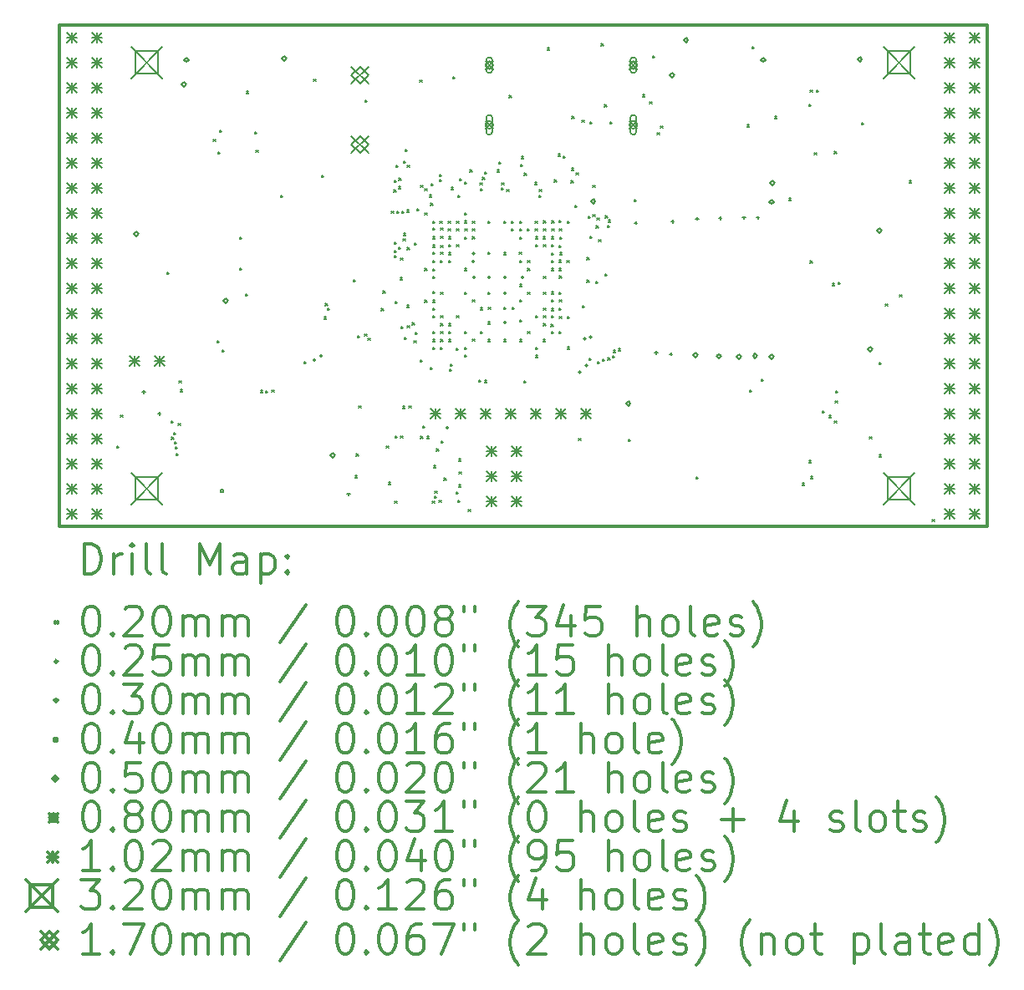
<source format=gbr>
%FSLAX45Y45*%
G04 Gerber Fmt 4.5, Leading zero omitted, Abs format (unit mm)*
G04 Created by KiCad (PCBNEW 4.0.7+dfsg1-1) date Fri Dec  8 18:08:23 2017*
%MOMM*%
%LPD*%
G01*
G04 APERTURE LIST*
%ADD10C,0.127000*%
%ADD11C,0.300000*%
%ADD12C,0.200000*%
G04 APERTURE END LIST*
D10*
D11*
X9410000Y-6142000D02*
X9410000Y-11222000D01*
X18808000Y-6142000D02*
X9410000Y-6142000D01*
X18808000Y-11222000D02*
X18808000Y-6142000D01*
X9410000Y-11222000D02*
X18808000Y-11222000D01*
D12*
X9998000Y-10410000D02*
X10018000Y-10430000D01*
X10018000Y-10410000D02*
X9998000Y-10430000D01*
X10035000Y-10094400D02*
X10055000Y-10114400D01*
X10055000Y-10094400D02*
X10035000Y-10114400D01*
X10506027Y-8651083D02*
X10526027Y-8671083D01*
X10526027Y-8651083D02*
X10506027Y-8671083D01*
X10547276Y-10156132D02*
X10567276Y-10176132D01*
X10567276Y-10156132D02*
X10547276Y-10176132D01*
X10552725Y-10321224D02*
X10572725Y-10341224D01*
X10572725Y-10321224D02*
X10552725Y-10341224D01*
X10571376Y-10271934D02*
X10591376Y-10291934D01*
X10591376Y-10271934D02*
X10571376Y-10291934D01*
X10579560Y-10366582D02*
X10599560Y-10386582D01*
X10599560Y-10366582D02*
X10579560Y-10386582D01*
X10589272Y-10418380D02*
X10609272Y-10438380D01*
X10609272Y-10418380D02*
X10589272Y-10438380D01*
X10598875Y-10487404D02*
X10618875Y-10507404D01*
X10618875Y-10487404D02*
X10598875Y-10507404D01*
X10617613Y-10179347D02*
X10637613Y-10199347D01*
X10637613Y-10179347D02*
X10617613Y-10199347D01*
X10626851Y-9749810D02*
X10646851Y-9769810D01*
X10646851Y-9749810D02*
X10626851Y-9769810D01*
X10637720Y-9838777D02*
X10657720Y-9858777D01*
X10657720Y-9838777D02*
X10637720Y-9858777D01*
X10974800Y-7300400D02*
X10994800Y-7320400D01*
X10994800Y-7300400D02*
X10974800Y-7320400D01*
X11014904Y-9343377D02*
X11034904Y-9363377D01*
X11034904Y-9343377D02*
X11014904Y-9363377D01*
X11021352Y-7428070D02*
X11041352Y-7448070D01*
X11041352Y-7428070D02*
X11021352Y-7448070D01*
X11038300Y-7211500D02*
X11058300Y-7231500D01*
X11058300Y-7211500D02*
X11038300Y-7231500D01*
X11061873Y-9435178D02*
X11081873Y-9455178D01*
X11081873Y-9435178D02*
X11061873Y-9455178D01*
X11241500Y-8291000D02*
X11261500Y-8311000D01*
X11261500Y-8291000D02*
X11241500Y-8311000D01*
X11241500Y-8608500D02*
X11261500Y-8628500D01*
X11261500Y-8608500D02*
X11241500Y-8628500D01*
X11298000Y-8870000D02*
X11318000Y-8890000D01*
X11318000Y-8870000D02*
X11298000Y-8890000D01*
X11311224Y-6814440D02*
X11331224Y-6834440D01*
X11331224Y-6814440D02*
X11311224Y-6834440D01*
X11393900Y-7224200D02*
X11413900Y-7244200D01*
X11413900Y-7224200D02*
X11393900Y-7244200D01*
X11406600Y-7414700D02*
X11426600Y-7434700D01*
X11426600Y-7414700D02*
X11406600Y-7434700D01*
X11450432Y-9847368D02*
X11470432Y-9867368D01*
X11470432Y-9847368D02*
X11450432Y-9867368D01*
X11504932Y-9852549D02*
X11524932Y-9872549D01*
X11524932Y-9852549D02*
X11504932Y-9872549D01*
X11565982Y-9840204D02*
X11585982Y-9860204D01*
X11585982Y-9840204D02*
X11565982Y-9860204D01*
X11655434Y-7867799D02*
X11675434Y-7887799D01*
X11675434Y-7867799D02*
X11655434Y-7887799D01*
X11890851Y-9556294D02*
X11910851Y-9576294D01*
X11910851Y-9556294D02*
X11890851Y-9576294D01*
X11990800Y-6690800D02*
X12010800Y-6710800D01*
X12010800Y-6690800D02*
X11990800Y-6710800D01*
X12073455Y-7667909D02*
X12093455Y-7687909D01*
X12093455Y-7667909D02*
X12073455Y-7687909D01*
X12094120Y-9102507D02*
X12114120Y-9122507D01*
X12114120Y-9102507D02*
X12094120Y-9122507D01*
X12110622Y-8966255D02*
X12130622Y-8986255D01*
X12130622Y-8966255D02*
X12110622Y-8986255D01*
X12130195Y-9015187D02*
X12150195Y-9035187D01*
X12150195Y-9015187D02*
X12130195Y-9035187D01*
X12392771Y-8724771D02*
X12412771Y-8744771D01*
X12412771Y-8724771D02*
X12392771Y-8744771D01*
X12392771Y-8724771D02*
X12412771Y-8744771D01*
X12412771Y-8724771D02*
X12392771Y-8744771D01*
X12410242Y-10710764D02*
X12430242Y-10730764D01*
X12430242Y-10710764D02*
X12410242Y-10730764D01*
X12422957Y-10489495D02*
X12442957Y-10509495D01*
X12442957Y-10489495D02*
X12422957Y-10509495D01*
X12435300Y-9294300D02*
X12455300Y-9314300D01*
X12455300Y-9294300D02*
X12435300Y-9314300D01*
X12448000Y-10005500D02*
X12468000Y-10025500D01*
X12468000Y-10005500D02*
X12448000Y-10025500D01*
X12506739Y-9274152D02*
X12526739Y-9294152D01*
X12526739Y-9274152D02*
X12506739Y-9294152D01*
X12509354Y-6905685D02*
X12529354Y-6925685D01*
X12529354Y-6905685D02*
X12509354Y-6925685D01*
X12539954Y-9315068D02*
X12559954Y-9335068D01*
X12559954Y-9315068D02*
X12539954Y-9335068D01*
X12678001Y-9017611D02*
X12698001Y-9037611D01*
X12698001Y-9017611D02*
X12678001Y-9037611D01*
X12694005Y-8838107D02*
X12714005Y-8858107D01*
X12714005Y-8838107D02*
X12694005Y-8858107D01*
X12728568Y-10410367D02*
X12748568Y-10430367D01*
X12748568Y-10410367D02*
X12728568Y-10430367D01*
X12748660Y-10777504D02*
X12768660Y-10797504D01*
X12768660Y-10777504D02*
X12748660Y-10797504D01*
X12778962Y-8030743D02*
X12798962Y-8050743D01*
X12798962Y-8030743D02*
X12778962Y-8050743D01*
X12802557Y-7813365D02*
X12822557Y-7833365D01*
X12822557Y-7813365D02*
X12802557Y-7833365D01*
X12805201Y-7715784D02*
X12825201Y-7735784D01*
X12825201Y-7715784D02*
X12805201Y-7735784D01*
X12806546Y-8342876D02*
X12826546Y-8362876D01*
X12826546Y-8342876D02*
X12806546Y-8362876D01*
X12808331Y-8428074D02*
X12828331Y-8448074D01*
X12828331Y-8428074D02*
X12808331Y-8448074D01*
X12810326Y-8480738D02*
X12830326Y-8500738D01*
X12830326Y-8480738D02*
X12810326Y-8500738D01*
X12811634Y-10966034D02*
X12831634Y-10986034D01*
X12831634Y-10966034D02*
X12811634Y-10986034D01*
X12815144Y-8946421D02*
X12835144Y-8966421D01*
X12835144Y-8946421D02*
X12815144Y-8966421D01*
X12818000Y-10310000D02*
X12838000Y-10330000D01*
X12838000Y-10310000D02*
X12818000Y-10330000D01*
X12823318Y-7566981D02*
X12843318Y-7586981D01*
X12843318Y-7566981D02*
X12823318Y-7586981D01*
X12831658Y-8029985D02*
X12851658Y-8049985D01*
X12851658Y-8029985D02*
X12831658Y-8049985D01*
X12849054Y-7779404D02*
X12869054Y-7799404D01*
X12869054Y-7779404D02*
X12849054Y-7799404D01*
X12851077Y-8397249D02*
X12871077Y-8417249D01*
X12871077Y-8397249D02*
X12851077Y-8417249D01*
X12854493Y-7695003D02*
X12874493Y-7715003D01*
X12874493Y-7695003D02*
X12854493Y-7715003D01*
X12867665Y-8703514D02*
X12887665Y-8723514D01*
X12887665Y-8703514D02*
X12867665Y-8723514D01*
X12870682Y-10308590D02*
X12890682Y-10328590D01*
X12890682Y-10308590D02*
X12870682Y-10328590D01*
X12872311Y-8505356D02*
X12892311Y-8525356D01*
X12892311Y-8505356D02*
X12872311Y-8525356D01*
X12877965Y-9201104D02*
X12897965Y-9221104D01*
X12897965Y-9201104D02*
X12877965Y-9221104D01*
X12884359Y-8029973D02*
X12904359Y-8049973D01*
X12904359Y-8029973D02*
X12884359Y-8049973D01*
X12890520Y-10007480D02*
X12910520Y-10027480D01*
X12910520Y-10007480D02*
X12890520Y-10027480D01*
X12895438Y-8307924D02*
X12915438Y-8327924D01*
X12915438Y-8307924D02*
X12895438Y-8327924D01*
X12900909Y-8255507D02*
X12920909Y-8275507D01*
X12920909Y-8255507D02*
X12900909Y-8275507D01*
X12902508Y-7521580D02*
X12922508Y-7541580D01*
X12922508Y-7521580D02*
X12902508Y-7541580D01*
X12909665Y-9310913D02*
X12929665Y-9330913D01*
X12929665Y-9310913D02*
X12909665Y-9330913D01*
X12915222Y-7404246D02*
X12935222Y-7424246D01*
X12935222Y-7404246D02*
X12915222Y-7424246D01*
X12934924Y-8982695D02*
X12954924Y-9002695D01*
X12954924Y-8982695D02*
X12934924Y-9002695D01*
X12935799Y-8018511D02*
X12955799Y-8038511D01*
X12955799Y-8018511D02*
X12935799Y-8038511D01*
X12937785Y-9190082D02*
X12957785Y-9210082D01*
X12957785Y-9190082D02*
X12937785Y-9210082D01*
X12938767Y-8397993D02*
X12958767Y-8417993D01*
X12958767Y-8397993D02*
X12938767Y-8417993D01*
X12939334Y-7563781D02*
X12959334Y-7583781D01*
X12959334Y-7563781D02*
X12939334Y-7583781D01*
X12956000Y-10005500D02*
X12976000Y-10025500D01*
X12976000Y-10005500D02*
X12956000Y-10025500D01*
X12988816Y-9162200D02*
X13008816Y-9182200D01*
X13008816Y-9162200D02*
X12988816Y-9182200D01*
X13007140Y-9344434D02*
X13027140Y-9364434D01*
X13027140Y-9344434D02*
X13007140Y-9364434D01*
X13010463Y-8349948D02*
X13030463Y-8369948D01*
X13030463Y-8349948D02*
X13010463Y-8369948D01*
X13020226Y-9260033D02*
X13040226Y-9280033D01*
X13040226Y-9260033D02*
X13020226Y-9280033D01*
X13038990Y-8006723D02*
X13058990Y-8026723D01*
X13058990Y-8006723D02*
X13038990Y-8026723D01*
X13066199Y-6701962D02*
X13086199Y-6721962D01*
X13086199Y-6701962D02*
X13066199Y-6721962D01*
X13070707Y-9535414D02*
X13090707Y-9555414D01*
X13090707Y-9535414D02*
X13070707Y-9555414D01*
X13073949Y-10310829D02*
X13093949Y-10330829D01*
X13093949Y-10310829D02*
X13073949Y-10330829D01*
X13075683Y-7768682D02*
X13095683Y-7788682D01*
X13095683Y-7768682D02*
X13075683Y-7788682D01*
X13093907Y-10208700D02*
X13113907Y-10228700D01*
X13113907Y-10208700D02*
X13093907Y-10228700D01*
X13115313Y-7803422D02*
X13135313Y-7823422D01*
X13135313Y-7803422D02*
X13115313Y-7823422D01*
X13117530Y-8049575D02*
X13137530Y-8069575D01*
X13137530Y-8049575D02*
X13117530Y-8069575D01*
X13117831Y-8611310D02*
X13137831Y-8631310D01*
X13137831Y-8611310D02*
X13117831Y-8631310D01*
X13117950Y-8930733D02*
X13137950Y-8950733D01*
X13137950Y-8930733D02*
X13117950Y-8950733D01*
X13135385Y-10310829D02*
X13155385Y-10330829D01*
X13155385Y-10310829D02*
X13135385Y-10330829D01*
X13160933Y-7864587D02*
X13180933Y-7884587D01*
X13180933Y-7864587D02*
X13160933Y-7884587D01*
X13170890Y-9612737D02*
X13190890Y-9632737D01*
X13190890Y-9612737D02*
X13170890Y-9632737D01*
X13174731Y-7948989D02*
X13194731Y-7968989D01*
X13194731Y-7948989D02*
X13174731Y-7968989D01*
X13182329Y-7748485D02*
X13202329Y-7768485D01*
X13202329Y-7748485D02*
X13182329Y-7768485D01*
X13192441Y-10966678D02*
X13212441Y-10986678D01*
X13212441Y-10966678D02*
X13192441Y-10986678D01*
X13196210Y-8443398D02*
X13216210Y-8463398D01*
X13216210Y-8443398D02*
X13196210Y-8463398D01*
X13197298Y-8527799D02*
X13217298Y-8547799D01*
X13217298Y-8527799D02*
X13197298Y-8547799D01*
X13197562Y-8931064D02*
X13217562Y-8951064D01*
X13217562Y-8931064D02*
X13197562Y-8951064D01*
X13197765Y-9087799D02*
X13217765Y-9107799D01*
X13217765Y-9087799D02*
X13197765Y-9107799D01*
X13197902Y-8288404D02*
X13217902Y-8308404D01*
X13217902Y-8288404D02*
X13197902Y-8308404D01*
X13198000Y-8130000D02*
X13218000Y-8150000D01*
X13218000Y-8130000D02*
X13198000Y-8150000D01*
X13198000Y-8690000D02*
X13218000Y-8710000D01*
X13218000Y-8690000D02*
X13198000Y-8710000D01*
X13198000Y-9250000D02*
X13218000Y-9270000D01*
X13218000Y-9250000D02*
X13198000Y-9270000D01*
X13198000Y-9330000D02*
X13218000Y-9350000D01*
X13218000Y-9330000D02*
X13198000Y-9350000D01*
X13198000Y-9410000D02*
X13218000Y-9430000D01*
X13218000Y-9410000D02*
X13198000Y-9430000D01*
X13198001Y-8200333D02*
X13218001Y-8220333D01*
X13218001Y-8200333D02*
X13198001Y-8220333D01*
X13198296Y-9011078D02*
X13218296Y-9031078D01*
X13218296Y-9011078D02*
X13198296Y-9031078D01*
X13198303Y-8616041D02*
X13218303Y-8636041D01*
X13218303Y-8616041D02*
X13198303Y-8636041D01*
X13198368Y-8372806D02*
X13218368Y-8392806D01*
X13218368Y-8372806D02*
X13198368Y-8392806D01*
X13198405Y-8845827D02*
X13218405Y-8865827D01*
X13218405Y-8845827D02*
X13198405Y-8865827D01*
X13206286Y-10608587D02*
X13226286Y-10628587D01*
X13226286Y-10608587D02*
X13206286Y-10628587D01*
X13211973Y-10917729D02*
X13231973Y-10937729D01*
X13231973Y-10917729D02*
X13211973Y-10937729D01*
X13218587Y-10865445D02*
X13238587Y-10885445D01*
X13238587Y-10865445D02*
X13218587Y-10885445D01*
X13236800Y-10440341D02*
X13256800Y-10460341D01*
X13256800Y-10440341D02*
X13236800Y-10460341D01*
X13260800Y-10958000D02*
X13280800Y-10978000D01*
X13280800Y-10958000D02*
X13260800Y-10978000D01*
X13263724Y-7657621D02*
X13283724Y-7677621D01*
X13283724Y-7657621D02*
X13263724Y-7677621D01*
X13266117Y-7710267D02*
X13286117Y-7730267D01*
X13286117Y-7710267D02*
X13266117Y-7730267D01*
X13268334Y-8130000D02*
X13288334Y-8150000D01*
X13288334Y-8130000D02*
X13268334Y-8150000D01*
X13273464Y-8527799D02*
X13293464Y-8547799D01*
X13293464Y-8527799D02*
X13273464Y-8547799D01*
X13274623Y-9409707D02*
X13294623Y-9429707D01*
X13294623Y-9409707D02*
X13274623Y-9429707D01*
X13276300Y-8202454D02*
X13296300Y-8222454D01*
X13296300Y-8202454D02*
X13276300Y-8222454D01*
X13277177Y-8443398D02*
X13297177Y-8463398D01*
X13297177Y-8443398D02*
X13277177Y-8463398D01*
X13277261Y-8286855D02*
X13297261Y-8306855D01*
X13297261Y-8286855D02*
X13277261Y-8306855D01*
X13278000Y-8850000D02*
X13298000Y-8870000D01*
X13298000Y-8850000D02*
X13278000Y-8870000D01*
X13278000Y-9090000D02*
X13298000Y-9110000D01*
X13298000Y-9090000D02*
X13278000Y-9110000D01*
X13278000Y-9170000D02*
X13298000Y-9190000D01*
X13298000Y-9170000D02*
X13278000Y-9190000D01*
X13278000Y-9250000D02*
X13298000Y-9270000D01*
X13298000Y-9250000D02*
X13278000Y-9270000D01*
X13278000Y-9330000D02*
X13298000Y-9350000D01*
X13298000Y-9330000D02*
X13278000Y-9350000D01*
X13278089Y-8379783D02*
X13298089Y-8399784D01*
X13298089Y-8379783D02*
X13278089Y-8399784D01*
X13283696Y-10361100D02*
X13303696Y-10381100D01*
X13303696Y-10361100D02*
X13283696Y-10381100D01*
X13311600Y-10736500D02*
X13331600Y-10756500D01*
X13331600Y-10736500D02*
X13311600Y-10756500D01*
X13352736Y-8131468D02*
X13372736Y-8151468D01*
X13372736Y-8131468D02*
X13352736Y-8151468D01*
X13354839Y-8209060D02*
X13374839Y-8229060D01*
X13374839Y-8209060D02*
X13354839Y-8229060D01*
X13357194Y-8449520D02*
X13377194Y-8469520D01*
X13377194Y-8449520D02*
X13357194Y-8469520D01*
X13358000Y-8290000D02*
X13378000Y-8310000D01*
X13378000Y-8290000D02*
X13358000Y-8310000D01*
X13358000Y-8370000D02*
X13378000Y-8390000D01*
X13378000Y-8370000D02*
X13358000Y-8390000D01*
X13358000Y-8530000D02*
X13378000Y-8550000D01*
X13378000Y-8530000D02*
X13358000Y-8550000D01*
X13358000Y-9170000D02*
X13378000Y-9190000D01*
X13378000Y-9170000D02*
X13358000Y-9190000D01*
X13358000Y-9250000D02*
X13378000Y-9270000D01*
X13378000Y-9250000D02*
X13358000Y-9270000D01*
X13358548Y-9330230D02*
X13378548Y-9350230D01*
X13378548Y-9330230D02*
X13358548Y-9350230D01*
X13366285Y-9629515D02*
X13386285Y-9649515D01*
X13386285Y-9629515D02*
X13366285Y-9649515D01*
X13375239Y-9577580D02*
X13395239Y-9597580D01*
X13395239Y-9577580D02*
X13375239Y-9597580D01*
X13384238Y-7788077D02*
X13404238Y-7808077D01*
X13404238Y-7788077D02*
X13384238Y-7808077D01*
X13397916Y-6668615D02*
X13417916Y-6688615D01*
X13417916Y-6668615D02*
X13397916Y-6688615D01*
X13435582Y-9416717D02*
X13455582Y-9436717D01*
X13455582Y-9416717D02*
X13435582Y-9436717D01*
X13436400Y-10874197D02*
X13456400Y-10894197D01*
X13456400Y-10874197D02*
X13436400Y-10894197D01*
X13437137Y-8130675D02*
X13457137Y-8150675D01*
X13457137Y-8130675D02*
X13437137Y-8150675D01*
X13437651Y-8208015D02*
X13457651Y-8228015D01*
X13457651Y-8208015D02*
X13437651Y-8228015D01*
X13438000Y-8370000D02*
X13458000Y-8390000D01*
X13458000Y-8370000D02*
X13438000Y-8390000D01*
X13438000Y-9090000D02*
X13458000Y-9110000D01*
X13458000Y-9090000D02*
X13438000Y-9110000D01*
X13451300Y-7871900D02*
X13471300Y-7891900D01*
X13471300Y-7871900D02*
X13451300Y-7891900D01*
X13453687Y-10961995D02*
X13473687Y-10981995D01*
X13473687Y-10961995D02*
X13453687Y-10981995D01*
X13457587Y-10803159D02*
X13477587Y-10823159D01*
X13477587Y-10803159D02*
X13457587Y-10823159D01*
X13460735Y-10540845D02*
X13480735Y-10560845D01*
X13480735Y-10540845D02*
X13460735Y-10560845D01*
X13465065Y-10671051D02*
X13485065Y-10691051D01*
X13485065Y-10671051D02*
X13465065Y-10691051D01*
X13465805Y-7703014D02*
X13485805Y-7723014D01*
X13485805Y-7703014D02*
X13465805Y-7723014D01*
X13517331Y-8851860D02*
X13537331Y-8871860D01*
X13537331Y-8851860D02*
X13517331Y-8871860D01*
X13518000Y-8292201D02*
X13538000Y-8312201D01*
X13538000Y-8292201D02*
X13518000Y-8312201D01*
X13518000Y-8610000D02*
X13538000Y-8630000D01*
X13538000Y-8610000D02*
X13518000Y-8630000D01*
X13518000Y-9250000D02*
X13538000Y-9270000D01*
X13538000Y-9250000D02*
X13518000Y-9270000D01*
X13518006Y-7736330D02*
X13538006Y-7756330D01*
X13538006Y-7736330D02*
X13518006Y-7756330D01*
X13518128Y-8048312D02*
X13538128Y-8068312D01*
X13538128Y-8048312D02*
X13518128Y-8068312D01*
X13518463Y-9488530D02*
X13538463Y-9508530D01*
X13538463Y-9488530D02*
X13518463Y-9508530D01*
X13518862Y-9412562D02*
X13538862Y-9432562D01*
X13538862Y-9412562D02*
X13518862Y-9432562D01*
X13521538Y-8129192D02*
X13541538Y-8149192D01*
X13541538Y-8129192D02*
X13521538Y-8149192D01*
X13522052Y-8209644D02*
X13542052Y-8229644D01*
X13542052Y-8209644D02*
X13522052Y-8229644D01*
X13555656Y-11051071D02*
X13575656Y-11071071D01*
X13575656Y-11051071D02*
X13555656Y-11071071D01*
X13573070Y-7610061D02*
X13593070Y-7630061D01*
X13593070Y-7610061D02*
X13573070Y-7630061D01*
X13598000Y-8210000D02*
X13618000Y-8230000D01*
X13618000Y-8210000D02*
X13598000Y-8230000D01*
X13598000Y-8290000D02*
X13618000Y-8310000D01*
X13618000Y-8290000D02*
X13598000Y-8310000D01*
X13598517Y-8929483D02*
X13618517Y-8949483D01*
X13618517Y-8929483D02*
X13598517Y-8949483D01*
X13599596Y-9326965D02*
X13619596Y-9346965D01*
X13619596Y-9326965D02*
X13599596Y-9346965D01*
X13599639Y-8129507D02*
X13619639Y-8149507D01*
X13619639Y-8129507D02*
X13599639Y-8149507D01*
X13664090Y-9741450D02*
X13684090Y-9761450D01*
X13684090Y-9741450D02*
X13664090Y-9761450D01*
X13675954Y-7745082D02*
X13695954Y-7765082D01*
X13695954Y-7745082D02*
X13675954Y-7765082D01*
X13678000Y-9250000D02*
X13698000Y-9270000D01*
X13698000Y-9250000D02*
X13678000Y-9270000D01*
X13678517Y-9009483D02*
X13698517Y-9029483D01*
X13698517Y-9009483D02*
X13678517Y-9029483D01*
X13682206Y-7799789D02*
X13702206Y-7819789D01*
X13702206Y-7799789D02*
X13682206Y-7819789D01*
X13700695Y-7687992D02*
X13720695Y-7707992D01*
X13720695Y-7687992D02*
X13700695Y-7707992D01*
X13719559Y-9743802D02*
X13739559Y-9763802D01*
X13739559Y-9743802D02*
X13719559Y-9763802D01*
X13720873Y-7631502D02*
X13740873Y-7651502D01*
X13740873Y-7631502D02*
X13720873Y-7651502D01*
X13755905Y-9153803D02*
X13775905Y-9173803D01*
X13775905Y-9153803D02*
X13755905Y-9173803D01*
X13758000Y-8130000D02*
X13778000Y-8150000D01*
X13778000Y-8130000D02*
X13758000Y-8150000D01*
X13758000Y-8850000D02*
X13778000Y-8870000D01*
X13778000Y-8850000D02*
X13758000Y-8870000D01*
X13758000Y-9330000D02*
X13778000Y-9350000D01*
X13778000Y-9330000D02*
X13758000Y-9350000D01*
X13758056Y-8443409D02*
X13778056Y-8463409D01*
X13778056Y-8443409D02*
X13758056Y-8463409D01*
X13758900Y-9002299D02*
X13778900Y-9022299D01*
X13778900Y-9002299D02*
X13758900Y-9022299D01*
X13848000Y-7610000D02*
X13868000Y-7630000D01*
X13868000Y-7610000D02*
X13848000Y-7630000D01*
X13867920Y-7530076D02*
X13887920Y-7550076D01*
X13887920Y-7530076D02*
X13867920Y-7550076D01*
X13893411Y-7794095D02*
X13913411Y-7814095D01*
X13913411Y-7794095D02*
X13893411Y-7814095D01*
X13894675Y-7741409D02*
X13914675Y-7761409D01*
X13914675Y-7741409D02*
X13894675Y-7761409D01*
X13917252Y-8451135D02*
X13937252Y-8471135D01*
X13937252Y-8451135D02*
X13917252Y-8471135D01*
X13918000Y-8130000D02*
X13938000Y-8150000D01*
X13938000Y-8130000D02*
X13918000Y-8150000D01*
X13918000Y-9002299D02*
X13938000Y-9022299D01*
X13938000Y-9002299D02*
X13918000Y-9022299D01*
X13918000Y-9330000D02*
X13938000Y-9350000D01*
X13938000Y-9330000D02*
X13918000Y-9350000D01*
X13947862Y-7810586D02*
X13967862Y-7830586D01*
X13967862Y-7810586D02*
X13947862Y-7830586D01*
X13972000Y-6856567D02*
X13992000Y-6876567D01*
X13992000Y-6856567D02*
X13972000Y-6876567D01*
X13993095Y-8210000D02*
X14013095Y-8230000D01*
X14013095Y-8210000D02*
X13993095Y-8230000D01*
X13993599Y-8130000D02*
X14013599Y-8150000D01*
X14013599Y-8130000D02*
X13993599Y-8150000D01*
X13999489Y-9002299D02*
X14019489Y-9022299D01*
X14019489Y-9002299D02*
X13999489Y-9022299D01*
X14073600Y-8443400D02*
X14093600Y-8463400D01*
X14093600Y-8443400D02*
X14073600Y-8463400D01*
X14076403Y-8294140D02*
X14096403Y-8314140D01*
X14096403Y-8294140D02*
X14076403Y-8314140D01*
X14077419Y-9133335D02*
X14097419Y-9153335D01*
X14097419Y-9133335D02*
X14077419Y-9153335D01*
X14077497Y-8207716D02*
X14097497Y-8227716D01*
X14097497Y-8207716D02*
X14077497Y-8227716D01*
X14078000Y-8130000D02*
X14098000Y-8150000D01*
X14098000Y-8130000D02*
X14078000Y-8150000D01*
X14078000Y-8530000D02*
X14098000Y-8550000D01*
X14098000Y-8530000D02*
X14078000Y-8550000D01*
X14078000Y-8770000D02*
X14098000Y-8790000D01*
X14098000Y-8770000D02*
X14078000Y-8790000D01*
X14078000Y-8930000D02*
X14098000Y-8950000D01*
X14098000Y-8930000D02*
X14078000Y-8950000D01*
X14078000Y-9330000D02*
X14098000Y-9350000D01*
X14098000Y-9330000D02*
X14078000Y-9350000D01*
X14088006Y-7558194D02*
X14108006Y-7578194D01*
X14108006Y-7558194D02*
X14088006Y-7578194D01*
X14094664Y-7477380D02*
X14114664Y-7497380D01*
X14114664Y-7477380D02*
X14094664Y-7497380D01*
X14118000Y-9750000D02*
X14138000Y-9770000D01*
X14138000Y-9750000D02*
X14118000Y-9770000D01*
X14124297Y-7645500D02*
X14144297Y-7665500D01*
X14144297Y-7645500D02*
X14124297Y-7665500D01*
X14156269Y-8210778D02*
X14176269Y-8230778D01*
X14176269Y-8210778D02*
X14156269Y-8230778D01*
X14158000Y-8530000D02*
X14178000Y-8550000D01*
X14178000Y-8530000D02*
X14158000Y-8550000D01*
X14158000Y-8610000D02*
X14178000Y-8630000D01*
X14178000Y-8610000D02*
X14158000Y-8630000D01*
X14158000Y-8850000D02*
X14178000Y-8870000D01*
X14178000Y-8850000D02*
X14158000Y-8870000D01*
X14158000Y-9250000D02*
X14178000Y-9270000D01*
X14178000Y-9250000D02*
X14158000Y-9270000D01*
X14227745Y-7739745D02*
X14247745Y-7759745D01*
X14247745Y-7739745D02*
X14227745Y-7759745D01*
X14233746Y-8208147D02*
X14253746Y-8228147D01*
X14253746Y-8208147D02*
X14233746Y-8228147D01*
X14235691Y-8130580D02*
X14255691Y-8150580D01*
X14255691Y-8130580D02*
X14235691Y-8150580D01*
X14237355Y-8289891D02*
X14257355Y-8309891D01*
X14257355Y-8289891D02*
X14237355Y-8309891D01*
X14238000Y-8370000D02*
X14258000Y-8390000D01*
X14258000Y-8370000D02*
X14238000Y-8390000D01*
X14238000Y-9090000D02*
X14258000Y-9110000D01*
X14258000Y-9090000D02*
X14238000Y-9110000D01*
X14238000Y-9410000D02*
X14258000Y-9430000D01*
X14258000Y-9410000D02*
X14238000Y-9430000D01*
X14238000Y-9490000D02*
X14258000Y-9510000D01*
X14258000Y-9490000D02*
X14238000Y-9510000D01*
X14274121Y-7868425D02*
X14294121Y-7888425D01*
X14294121Y-7868425D02*
X14274121Y-7888425D01*
X14276427Y-7811737D02*
X14296427Y-7831737D01*
X14296427Y-7811737D02*
X14276427Y-7831737D01*
X14315799Y-8290000D02*
X14335799Y-8310000D01*
X14335799Y-8290000D02*
X14315799Y-8310000D01*
X14316969Y-9331491D02*
X14336969Y-9351491D01*
X14336969Y-9331491D02*
X14316969Y-9351491D01*
X14317803Y-8849503D02*
X14337803Y-8869503D01*
X14337803Y-8849503D02*
X14317803Y-8869503D01*
X14318000Y-8370000D02*
X14338000Y-8390000D01*
X14338000Y-8370000D02*
X14318000Y-8390000D01*
X14318000Y-8690000D02*
X14338000Y-8710000D01*
X14338000Y-8690000D02*
X14318000Y-8710000D01*
X14318000Y-9090000D02*
X14338000Y-9110000D01*
X14338000Y-9090000D02*
X14318000Y-9110000D01*
X14318000Y-9170000D02*
X14338000Y-9190000D01*
X14338000Y-9170000D02*
X14318000Y-9190000D01*
X14318147Y-8210607D02*
X14338147Y-8230607D01*
X14338147Y-8210607D02*
X14318147Y-8230607D01*
X14318182Y-9010195D02*
X14338182Y-9030195D01*
X14338182Y-9010195D02*
X14318182Y-9030195D01*
X14320092Y-8127729D02*
X14340092Y-8147729D01*
X14340092Y-8127729D02*
X14320092Y-8147729D01*
X14355067Y-6376252D02*
X14375067Y-6396252D01*
X14375067Y-6376252D02*
X14355067Y-6396252D01*
X14396483Y-9177765D02*
X14416483Y-9197765D01*
X14416483Y-9177765D02*
X14396483Y-9197765D01*
X14397624Y-8929530D02*
X14417624Y-8949530D01*
X14417624Y-8929530D02*
X14397624Y-8949530D01*
X14397701Y-9016697D02*
X14417701Y-9036697D01*
X14417701Y-9016697D02*
X14397701Y-9036697D01*
X14398000Y-8610000D02*
X14418000Y-8630000D01*
X14418000Y-8610000D02*
X14398000Y-8630000D01*
X14398000Y-9090000D02*
X14418000Y-9110000D01*
X14418000Y-9090000D02*
X14398000Y-9110000D01*
X14398283Y-8848451D02*
X14418283Y-8868451D01*
X14418283Y-8848451D02*
X14398283Y-8868451D01*
X14400201Y-8290000D02*
X14420201Y-8310000D01*
X14420201Y-8290000D02*
X14400201Y-8310000D01*
X14400201Y-8529722D02*
X14420201Y-8549722D01*
X14420201Y-8529722D02*
X14400201Y-8549722D01*
X14400319Y-8367799D02*
X14420319Y-8387799D01*
X14420319Y-8367799D02*
X14400319Y-8387799D01*
X14400319Y-8452201D02*
X14420319Y-8472201D01*
X14420319Y-8452201D02*
X14400319Y-8472201D01*
X14401325Y-9248876D02*
X14421325Y-9268876D01*
X14421325Y-9248876D02*
X14401325Y-9268876D01*
X14402549Y-8208647D02*
X14422549Y-8228647D01*
X14422549Y-8208647D02*
X14402549Y-8228647D01*
X14404493Y-8128708D02*
X14424493Y-8148708D01*
X14424493Y-8128708D02*
X14404493Y-8148708D01*
X14429487Y-7711993D02*
X14449487Y-7731993D01*
X14449487Y-7711993D02*
X14429487Y-7731993D01*
X14468000Y-7449038D02*
X14488000Y-7469038D01*
X14488000Y-7449038D02*
X14468000Y-7469038D01*
X14476724Y-9012976D02*
X14496724Y-9032976D01*
X14496724Y-9012976D02*
X14476724Y-9032976D01*
X14476810Y-8527135D02*
X14496810Y-8547135D01*
X14496810Y-8527135D02*
X14476810Y-8547135D01*
X14477394Y-8376040D02*
X14497394Y-8396040D01*
X14497394Y-8376040D02*
X14477394Y-8396040D01*
X14477515Y-8611890D02*
X14497515Y-8631890D01*
X14497515Y-8611890D02*
X14477515Y-8631890D01*
X14477654Y-8122836D02*
X14497654Y-8142836D01*
X14497654Y-8122836D02*
X14477654Y-8142836D01*
X14477765Y-8852201D02*
X14497765Y-8872201D01*
X14497765Y-8852201D02*
X14477765Y-8872201D01*
X14478235Y-9247799D02*
X14498235Y-9267799D01*
X14498235Y-9247799D02*
X14478235Y-9267799D01*
X14478812Y-8207237D02*
X14498812Y-8227237D01*
X14498812Y-8207237D02*
X14478812Y-8227237D01*
X14479163Y-9097377D02*
X14499163Y-9117377D01*
X14499163Y-9097377D02*
X14479163Y-9117377D01*
X14479260Y-8928574D02*
X14499260Y-8948574D01*
X14499260Y-8928574D02*
X14479260Y-8948574D01*
X14479432Y-8687756D02*
X14499432Y-8707756D01*
X14499432Y-8687756D02*
X14479432Y-8707756D01*
X14481566Y-8449874D02*
X14501566Y-8469874D01*
X14501566Y-8449874D02*
X14481566Y-8469874D01*
X14481689Y-8291638D02*
X14501689Y-8311638D01*
X14501689Y-8291638D02*
X14481689Y-8311638D01*
X14515569Y-7471722D02*
X14535569Y-7491722D01*
X14535569Y-7471722D02*
X14515569Y-7491722D01*
X14557281Y-8529606D02*
X14577281Y-8549606D01*
X14577281Y-8529606D02*
X14557281Y-8549606D01*
X14558000Y-8130000D02*
X14578000Y-8150000D01*
X14578000Y-8130000D02*
X14558000Y-8150000D01*
X14558000Y-9407799D02*
X14578000Y-9427799D01*
X14578000Y-9407799D02*
X14558000Y-9427799D01*
X14559846Y-9097377D02*
X14579846Y-9117377D01*
X14579846Y-9097377D02*
X14559846Y-9117377D01*
X14598908Y-7720057D02*
X14618908Y-7740057D01*
X14618908Y-7720057D02*
X14598908Y-7740057D01*
X14603080Y-7596013D02*
X14623080Y-7616013D01*
X14623080Y-7596013D02*
X14603080Y-7616013D01*
X14608000Y-7070000D02*
X14628000Y-7090000D01*
X14628000Y-7070000D02*
X14608000Y-7090000D01*
X14638141Y-7971938D02*
X14658141Y-7991938D01*
X14658141Y-7971938D02*
X14638141Y-7991938D01*
X14647773Y-7640082D02*
X14667773Y-7660082D01*
X14667773Y-7640082D02*
X14647773Y-7660082D01*
X14674429Y-10335274D02*
X14694429Y-10355274D01*
X14694429Y-10335274D02*
X14674429Y-10355274D01*
X14708600Y-7110000D02*
X14728600Y-7130000D01*
X14728600Y-7110000D02*
X14708600Y-7130000D01*
X14710765Y-8987304D02*
X14730765Y-9007304D01*
X14730765Y-8987304D02*
X14710765Y-9007304D01*
X14758752Y-8499333D02*
X14778752Y-8519333D01*
X14778752Y-8499333D02*
X14758752Y-8519333D01*
X14759554Y-8730321D02*
X14779554Y-8750321D01*
X14779554Y-8730321D02*
X14759554Y-8750321D01*
X14770223Y-8081781D02*
X14790223Y-8101781D01*
X14790223Y-8081781D02*
X14770223Y-8101781D01*
X14782793Y-9522924D02*
X14802793Y-9542924D01*
X14802793Y-9522924D02*
X14782793Y-9542924D01*
X14788315Y-7124708D02*
X14808315Y-7144708D01*
X14808315Y-7124708D02*
X14788315Y-7144708D01*
X14790137Y-8285878D02*
X14810137Y-8305878D01*
X14810137Y-8285878D02*
X14790137Y-8305878D01*
X14817193Y-7767799D02*
X14837193Y-7787799D01*
X14837193Y-7767799D02*
X14817193Y-7787799D01*
X14819827Y-8063981D02*
X14839827Y-8083981D01*
X14839827Y-8063981D02*
X14819827Y-8083981D01*
X14847881Y-8739688D02*
X14867881Y-8759688D01*
X14867881Y-8739688D02*
X14847881Y-8759688D01*
X14851067Y-8180003D02*
X14871067Y-8200003D01*
X14871067Y-8180003D02*
X14851067Y-8200003D01*
X14861989Y-8095601D02*
X14881989Y-8115601D01*
X14881989Y-8095601D02*
X14861989Y-8115601D01*
X14864798Y-9556963D02*
X14884798Y-9576963D01*
X14884798Y-9556963D02*
X14864798Y-9576963D01*
X14877872Y-8316103D02*
X14897872Y-8336103D01*
X14897872Y-8316103D02*
X14877872Y-8336103D01*
X14903412Y-6332405D02*
X14923412Y-6352405D01*
X14923412Y-6332405D02*
X14903412Y-6352405D01*
X14918439Y-9527799D02*
X14938439Y-9547799D01*
X14938439Y-9527799D02*
X14918439Y-9547799D01*
X14937595Y-6951968D02*
X14957595Y-6971968D01*
X14957595Y-6951968D02*
X14937595Y-6971968D01*
X14942082Y-8666919D02*
X14962082Y-8686919D01*
X14962082Y-8666919D02*
X14942082Y-8686919D01*
X14944975Y-8076843D02*
X14964975Y-8096843D01*
X14964975Y-8076843D02*
X14944975Y-8096843D01*
X14967169Y-8172566D02*
X14987169Y-8192566D01*
X14987169Y-8172566D02*
X14967169Y-8192566D01*
X14969589Y-9515108D02*
X14989589Y-9535108D01*
X14989589Y-9515108D02*
X14969589Y-9535108D01*
X14974647Y-8120398D02*
X14994647Y-8140398D01*
X14994647Y-8120398D02*
X14974647Y-8140398D01*
X14993085Y-7123185D02*
X15013085Y-7143185D01*
X15013085Y-7123185D02*
X14993085Y-7143185D01*
X15017890Y-9494025D02*
X15037890Y-9514025D01*
X15037890Y-9494025D02*
X15017890Y-9514025D01*
X15024597Y-9441753D02*
X15044597Y-9461753D01*
X15044597Y-9441753D02*
X15024597Y-9461753D01*
X15078921Y-9423257D02*
X15098921Y-9443257D01*
X15098921Y-9423257D02*
X15078921Y-9443257D01*
X15179638Y-10341072D02*
X15199638Y-10361072D01*
X15199638Y-10341072D02*
X15179638Y-10361072D01*
X15239707Y-7909347D02*
X15259707Y-7929347D01*
X15259707Y-7909347D02*
X15239707Y-7929347D01*
X15319711Y-6850829D02*
X15339711Y-6870829D01*
X15339711Y-6850829D02*
X15319711Y-6870829D01*
X15395230Y-6920230D02*
X15415230Y-6940230D01*
X15415230Y-6920230D02*
X15395230Y-6940230D01*
X15422933Y-6454377D02*
X15442933Y-6474377D01*
X15442933Y-6454377D02*
X15422933Y-6474377D01*
X15469400Y-7232600D02*
X15489400Y-7252600D01*
X15489400Y-7232600D02*
X15469400Y-7252600D01*
X15504936Y-7166453D02*
X15524936Y-7186453D01*
X15524936Y-7166453D02*
X15504936Y-7186453D01*
X15861665Y-10722518D02*
X15881665Y-10742518D01*
X15881665Y-10722518D02*
X15861665Y-10742518D01*
X16380885Y-7155186D02*
X16400885Y-7175186D01*
X16400885Y-7155186D02*
X16380885Y-7175186D01*
X16404456Y-9841173D02*
X16424456Y-9861173D01*
X16424456Y-9841173D02*
X16404456Y-9861173D01*
X16433388Y-6363745D02*
X16453388Y-6383745D01*
X16453388Y-6363745D02*
X16433388Y-6383745D01*
X16524921Y-9732292D02*
X16544921Y-9752292D01*
X16544921Y-9732292D02*
X16524921Y-9752292D01*
X16657891Y-7070355D02*
X16677891Y-7090355D01*
X16677891Y-7070355D02*
X16657891Y-7090355D01*
X16806644Y-7900804D02*
X16826644Y-7920804D01*
X16826644Y-7900804D02*
X16806644Y-7920804D01*
X16940659Y-10785373D02*
X16960659Y-10805373D01*
X16960659Y-10785373D02*
X16940659Y-10805373D01*
X17005773Y-10556635D02*
X17025773Y-10576635D01*
X17025773Y-10556635D02*
X17005773Y-10576635D01*
X17008296Y-6947101D02*
X17028296Y-6967101D01*
X17028296Y-6947101D02*
X17008296Y-6967101D01*
X17020000Y-6805100D02*
X17040000Y-6825100D01*
X17040000Y-6805100D02*
X17020000Y-6825100D01*
X17020954Y-8534153D02*
X17040954Y-8554153D01*
X17040954Y-8534153D02*
X17020954Y-8554153D01*
X17026290Y-10718620D02*
X17046290Y-10738620D01*
X17046290Y-10718620D02*
X17026290Y-10738620D01*
X17063590Y-7436498D02*
X17083590Y-7456498D01*
X17083590Y-7436498D02*
X17063590Y-7456498D01*
X17085000Y-6802556D02*
X17105000Y-6822556D01*
X17105000Y-6802556D02*
X17085000Y-6822556D01*
X17144030Y-10054574D02*
X17164030Y-10074574D01*
X17164030Y-10054574D02*
X17144030Y-10074574D01*
X17209336Y-10100566D02*
X17229336Y-10120566D01*
X17229336Y-10100566D02*
X17209336Y-10120566D01*
X17246454Y-8762201D02*
X17266454Y-8782201D01*
X17266454Y-8762201D02*
X17246454Y-8782201D01*
X17264664Y-7424799D02*
X17284664Y-7444799D01*
X17284664Y-7424799D02*
X17264664Y-7444799D01*
X17266127Y-10155168D02*
X17286127Y-10175168D01*
X17286127Y-10155168D02*
X17266127Y-10175168D01*
X17273463Y-9949992D02*
X17293463Y-9969992D01*
X17293463Y-9949992D02*
X17273463Y-9969992D01*
X17277992Y-9851865D02*
X17297992Y-9871865D01*
X17297992Y-9851865D02*
X17277992Y-9871865D01*
X17303795Y-8749428D02*
X17323795Y-8769428D01*
X17323795Y-8749428D02*
X17303795Y-8769428D01*
X17539563Y-7135743D02*
X17559563Y-7155743D01*
X17559563Y-7135743D02*
X17539563Y-7155743D01*
X17620559Y-10317981D02*
X17640559Y-10337981D01*
X17640559Y-10317981D02*
X17620559Y-10337981D01*
X17717400Y-10497912D02*
X17737400Y-10517912D01*
X17737400Y-10497912D02*
X17717400Y-10517912D01*
X17718500Y-9561000D02*
X17738500Y-9581000D01*
X17738500Y-9561000D02*
X17718500Y-9581000D01*
X17782698Y-8971206D02*
X17802698Y-8991206D01*
X17802698Y-8971206D02*
X17782698Y-8991206D01*
X17925151Y-8876833D02*
X17945151Y-8896833D01*
X17945151Y-8876833D02*
X17925151Y-8896833D01*
X18024078Y-7721693D02*
X18044078Y-7741693D01*
X18044078Y-7721693D02*
X18024078Y-7741693D01*
X18257515Y-11153763D02*
X18277515Y-11173763D01*
X18277515Y-11153763D02*
X18257515Y-11173763D01*
X12010516Y-9541295D02*
G75*
G03X12010516Y-9541295I-12700J0D01*
G01*
X12076103Y-9497760D02*
G75*
G03X12076103Y-9497760I-12700J0D01*
G01*
X13357629Y-10223262D02*
G75*
G03X13357629Y-10223262I-12700J0D01*
G01*
X13620700Y-8460000D02*
G75*
G03X13620700Y-8460000I-12700J0D01*
G01*
X13620700Y-8540000D02*
G75*
G03X13620700Y-8540000I-12700J0D01*
G01*
X13623799Y-8699540D02*
G75*
G03X13623799Y-8699540I-12700J0D01*
G01*
X13780700Y-8700000D02*
G75*
G03X13780700Y-8700000I-12700J0D01*
G01*
X13939164Y-9161521D02*
G75*
G03X13939164Y-9161521I-12700J0D01*
G01*
X13940700Y-8700000D02*
G75*
G03X13940700Y-8700000I-12700J0D01*
G01*
X13940700Y-8860000D02*
G75*
G03X13940700Y-8860000I-12700J0D01*
G01*
X14116986Y-8699500D02*
G75*
G03X14116986Y-8699500I-12700J0D01*
G01*
X14698950Y-9661750D02*
G75*
G03X14698950Y-9661750I-12700J0D01*
G01*
X14748267Y-9321929D02*
G75*
G03X14748267Y-9321929I-12700J0D01*
G01*
X14766147Y-9591326D02*
G75*
G03X14766147Y-9591326I-12700J0D01*
G01*
X14804230Y-9306313D02*
G75*
G03X14804230Y-9306313I-12700J0D01*
G01*
X10271005Y-9844495D02*
X10271005Y-9874495D01*
X10256005Y-9859495D02*
X10286005Y-9859495D01*
X10426000Y-10064000D02*
X10426000Y-10094000D01*
X10411000Y-10079000D02*
X10441000Y-10079000D01*
X12343700Y-10882200D02*
X12343700Y-10912200D01*
X12328700Y-10897200D02*
X12358700Y-10897200D01*
X15252594Y-8131387D02*
X15252594Y-8161387D01*
X15237594Y-8146387D02*
X15267594Y-8146387D01*
X15459390Y-9445795D02*
X15459390Y-9475795D01*
X15444390Y-9460795D02*
X15474390Y-9460795D01*
X15608824Y-9461298D02*
X15608824Y-9491298D01*
X15593824Y-9476298D02*
X15623824Y-9476298D01*
X15626277Y-8119937D02*
X15626277Y-8149937D01*
X15611277Y-8134937D02*
X15641277Y-8134937D01*
X15873113Y-8089893D02*
X15873113Y-8119893D01*
X15858113Y-8104893D02*
X15888113Y-8104893D01*
X16107576Y-8084202D02*
X16107576Y-8114202D01*
X16092576Y-8099202D02*
X16122576Y-8099202D01*
X16346298Y-8079243D02*
X16346298Y-8109243D01*
X16331298Y-8094243D02*
X16361298Y-8094243D01*
X16488287Y-8078899D02*
X16488287Y-8108899D01*
X16473287Y-8093899D02*
X16503287Y-8093899D01*
X11073534Y-10877788D02*
X11073534Y-10849504D01*
X11045249Y-10849504D01*
X11045249Y-10877788D01*
X11073534Y-10877788D01*
X10193207Y-8283505D02*
X10218207Y-8258505D01*
X10193207Y-8233505D01*
X10168207Y-8258505D01*
X10193207Y-8283505D01*
X10672042Y-6768630D02*
X10697042Y-6743630D01*
X10672042Y-6718630D01*
X10647042Y-6743630D01*
X10672042Y-6768630D01*
X10697481Y-6520397D02*
X10722481Y-6495397D01*
X10697481Y-6470397D01*
X10672481Y-6495397D01*
X10697481Y-6520397D01*
X11099100Y-8961000D02*
X11124100Y-8936000D01*
X11099100Y-8911000D01*
X11074100Y-8936000D01*
X11099100Y-8961000D01*
X11688050Y-6505294D02*
X11713050Y-6480294D01*
X11688050Y-6455294D01*
X11663050Y-6480294D01*
X11688050Y-6505294D01*
X12186187Y-10528017D02*
X12211187Y-10503017D01*
X12186187Y-10478017D01*
X12161187Y-10503017D01*
X12186187Y-10528017D01*
X14820245Y-7952879D02*
X14845245Y-7927879D01*
X14820245Y-7902879D01*
X14795245Y-7927879D01*
X14820245Y-7952879D01*
X15175800Y-10002400D02*
X15200800Y-9977400D01*
X15175800Y-9952400D01*
X15150800Y-9977400D01*
X15175800Y-10002400D01*
X15623558Y-6679836D02*
X15648558Y-6654836D01*
X15623558Y-6629836D01*
X15598558Y-6654836D01*
X15623558Y-6679836D01*
X15760000Y-6319400D02*
X15785000Y-6294400D01*
X15760000Y-6269400D01*
X15735000Y-6294400D01*
X15760000Y-6319400D01*
X15853999Y-9511877D02*
X15878999Y-9486877D01*
X15853999Y-9461877D01*
X15828999Y-9486877D01*
X15853999Y-9511877D01*
X16090540Y-9525644D02*
X16115540Y-9500644D01*
X16090540Y-9475644D01*
X16065540Y-9500644D01*
X16090540Y-9525644D01*
X16295610Y-9532849D02*
X16320610Y-9507849D01*
X16295610Y-9482849D01*
X16270610Y-9507849D01*
X16295610Y-9532849D01*
X16462573Y-9523247D02*
X16487573Y-9498247D01*
X16462573Y-9473247D01*
X16437573Y-9498247D01*
X16462573Y-9523247D01*
X16541725Y-6520467D02*
X16566725Y-6495467D01*
X16541725Y-6470467D01*
X16516725Y-6495467D01*
X16541725Y-6520467D01*
X16624896Y-7959841D02*
X16649896Y-7934841D01*
X16624896Y-7909841D01*
X16599896Y-7934841D01*
X16624896Y-7959841D01*
X16628469Y-9527515D02*
X16653469Y-9502515D01*
X16628469Y-9477515D01*
X16603469Y-9502515D01*
X16628469Y-9527515D01*
X16634336Y-7772799D02*
X16659336Y-7747799D01*
X16634336Y-7722799D01*
X16609336Y-7747799D01*
X16634336Y-7772799D01*
X17521033Y-6519894D02*
X17546033Y-6494894D01*
X17521033Y-6469894D01*
X17496033Y-6494894D01*
X17521033Y-6519894D01*
X17625494Y-9453846D02*
X17650494Y-9428846D01*
X17625494Y-9403846D01*
X17600494Y-9428846D01*
X17625494Y-9453846D01*
X17722991Y-8253135D02*
X17747991Y-8228135D01*
X17722991Y-8203135D01*
X17697991Y-8228135D01*
X17722991Y-8253135D01*
X13728000Y-6510000D02*
X13808000Y-6590000D01*
X13808000Y-6510000D02*
X13728000Y-6590000D01*
X13808000Y-6550000D02*
G75*
G03X13808000Y-6550000I-40000J0D01*
G01*
X13738000Y-6500000D02*
X13738000Y-6600000D01*
X13798000Y-6500000D02*
X13798000Y-6600000D01*
X13738000Y-6600000D02*
G75*
G03X13798000Y-6600000I30000J0D01*
G01*
X13798000Y-6500000D02*
G75*
G03X13738000Y-6500000I-30000J0D01*
G01*
X13728000Y-7115000D02*
X13808000Y-7195000D01*
X13808000Y-7115000D02*
X13728000Y-7195000D01*
X13808000Y-7155000D02*
G75*
G03X13808000Y-7155000I-40000J0D01*
G01*
X13738000Y-7085000D02*
X13738000Y-7225000D01*
X13798000Y-7085000D02*
X13798000Y-7225000D01*
X13738000Y-7225000D02*
G75*
G03X13798000Y-7225000I30000J0D01*
G01*
X13798000Y-7085000D02*
G75*
G03X13738000Y-7085000I-30000J0D01*
G01*
X15188000Y-6510000D02*
X15268000Y-6590000D01*
X15268000Y-6510000D02*
X15188000Y-6590000D01*
X15268000Y-6550000D02*
G75*
G03X15268000Y-6550000I-40000J0D01*
G01*
X15198000Y-6500000D02*
X15198000Y-6600000D01*
X15258000Y-6500000D02*
X15258000Y-6600000D01*
X15198000Y-6600000D02*
G75*
G03X15258000Y-6600000I30000J0D01*
G01*
X15258000Y-6500000D02*
G75*
G03X15198000Y-6500000I-30000J0D01*
G01*
X15188000Y-7115000D02*
X15268000Y-7195000D01*
X15268000Y-7115000D02*
X15188000Y-7195000D01*
X15268000Y-7155000D02*
G75*
G03X15268000Y-7155000I-40000J0D01*
G01*
X15198000Y-7085000D02*
X15198000Y-7225000D01*
X15258000Y-7085000D02*
X15258000Y-7225000D01*
X15198000Y-7225000D02*
G75*
G03X15258000Y-7225000I30000J0D01*
G01*
X15258000Y-7085000D02*
G75*
G03X15198000Y-7085000I-30000J0D01*
G01*
X9486200Y-6218200D02*
X9587800Y-6319800D01*
X9587800Y-6218200D02*
X9486200Y-6319800D01*
X9537000Y-6218200D02*
X9537000Y-6319800D01*
X9486200Y-6269000D02*
X9587800Y-6269000D01*
X9486200Y-6472200D02*
X9587800Y-6573800D01*
X9587800Y-6472200D02*
X9486200Y-6573800D01*
X9537000Y-6472200D02*
X9537000Y-6573800D01*
X9486200Y-6523000D02*
X9587800Y-6523000D01*
X9486200Y-6726200D02*
X9587800Y-6827800D01*
X9587800Y-6726200D02*
X9486200Y-6827800D01*
X9537000Y-6726200D02*
X9537000Y-6827800D01*
X9486200Y-6777000D02*
X9587800Y-6777000D01*
X9486200Y-6980200D02*
X9587800Y-7081800D01*
X9587800Y-6980200D02*
X9486200Y-7081800D01*
X9537000Y-6980200D02*
X9537000Y-7081800D01*
X9486200Y-7031000D02*
X9587800Y-7031000D01*
X9486200Y-7234200D02*
X9587800Y-7335800D01*
X9587800Y-7234200D02*
X9486200Y-7335800D01*
X9537000Y-7234200D02*
X9537000Y-7335800D01*
X9486200Y-7285000D02*
X9587800Y-7285000D01*
X9486200Y-7488200D02*
X9587800Y-7589800D01*
X9587800Y-7488200D02*
X9486200Y-7589800D01*
X9537000Y-7488200D02*
X9537000Y-7589800D01*
X9486200Y-7539000D02*
X9587800Y-7539000D01*
X9486200Y-7742200D02*
X9587800Y-7843800D01*
X9587800Y-7742200D02*
X9486200Y-7843800D01*
X9537000Y-7742200D02*
X9537000Y-7843800D01*
X9486200Y-7793000D02*
X9587800Y-7793000D01*
X9486200Y-7996200D02*
X9587800Y-8097800D01*
X9587800Y-7996200D02*
X9486200Y-8097800D01*
X9537000Y-7996200D02*
X9537000Y-8097800D01*
X9486200Y-8047000D02*
X9587800Y-8047000D01*
X9486200Y-8250200D02*
X9587800Y-8351800D01*
X9587800Y-8250200D02*
X9486200Y-8351800D01*
X9537000Y-8250200D02*
X9537000Y-8351800D01*
X9486200Y-8301000D02*
X9587800Y-8301000D01*
X9486200Y-8504200D02*
X9587800Y-8605800D01*
X9587800Y-8504200D02*
X9486200Y-8605800D01*
X9537000Y-8504200D02*
X9537000Y-8605800D01*
X9486200Y-8555000D02*
X9587800Y-8555000D01*
X9486200Y-8758200D02*
X9587800Y-8859800D01*
X9587800Y-8758200D02*
X9486200Y-8859800D01*
X9537000Y-8758200D02*
X9537000Y-8859800D01*
X9486200Y-8809000D02*
X9587800Y-8809000D01*
X9486200Y-9012200D02*
X9587800Y-9113800D01*
X9587800Y-9012200D02*
X9486200Y-9113800D01*
X9537000Y-9012200D02*
X9537000Y-9113800D01*
X9486200Y-9063000D02*
X9587800Y-9063000D01*
X9486200Y-9266200D02*
X9587800Y-9367800D01*
X9587800Y-9266200D02*
X9486200Y-9367800D01*
X9537000Y-9266200D02*
X9537000Y-9367800D01*
X9486200Y-9317000D02*
X9587800Y-9317000D01*
X9486200Y-9520200D02*
X9587800Y-9621800D01*
X9587800Y-9520200D02*
X9486200Y-9621800D01*
X9537000Y-9520200D02*
X9537000Y-9621800D01*
X9486200Y-9571000D02*
X9587800Y-9571000D01*
X9486200Y-9774200D02*
X9587800Y-9875800D01*
X9587800Y-9774200D02*
X9486200Y-9875800D01*
X9537000Y-9774200D02*
X9537000Y-9875800D01*
X9486200Y-9825000D02*
X9587800Y-9825000D01*
X9486200Y-10028200D02*
X9587800Y-10129800D01*
X9587800Y-10028200D02*
X9486200Y-10129800D01*
X9537000Y-10028200D02*
X9537000Y-10129800D01*
X9486200Y-10079000D02*
X9587800Y-10079000D01*
X9486200Y-10282200D02*
X9587800Y-10383800D01*
X9587800Y-10282200D02*
X9486200Y-10383800D01*
X9537000Y-10282200D02*
X9537000Y-10383800D01*
X9486200Y-10333000D02*
X9587800Y-10333000D01*
X9486200Y-10536200D02*
X9587800Y-10637800D01*
X9587800Y-10536200D02*
X9486200Y-10637800D01*
X9537000Y-10536200D02*
X9537000Y-10637800D01*
X9486200Y-10587000D02*
X9587800Y-10587000D01*
X9486200Y-10790200D02*
X9587800Y-10891800D01*
X9587800Y-10790200D02*
X9486200Y-10891800D01*
X9537000Y-10790200D02*
X9537000Y-10891800D01*
X9486200Y-10841000D02*
X9587800Y-10841000D01*
X9486200Y-11044200D02*
X9587800Y-11145800D01*
X9587800Y-11044200D02*
X9486200Y-11145800D01*
X9537000Y-11044200D02*
X9537000Y-11145800D01*
X9486200Y-11095000D02*
X9587800Y-11095000D01*
X9740200Y-6218200D02*
X9841800Y-6319800D01*
X9841800Y-6218200D02*
X9740200Y-6319800D01*
X9791000Y-6218200D02*
X9791000Y-6319800D01*
X9740200Y-6269000D02*
X9841800Y-6269000D01*
X9740200Y-6472200D02*
X9841800Y-6573800D01*
X9841800Y-6472200D02*
X9740200Y-6573800D01*
X9791000Y-6472200D02*
X9791000Y-6573800D01*
X9740200Y-6523000D02*
X9841800Y-6523000D01*
X9740200Y-6726200D02*
X9841800Y-6827800D01*
X9841800Y-6726200D02*
X9740200Y-6827800D01*
X9791000Y-6726200D02*
X9791000Y-6827800D01*
X9740200Y-6777000D02*
X9841800Y-6777000D01*
X9740200Y-6980200D02*
X9841800Y-7081800D01*
X9841800Y-6980200D02*
X9740200Y-7081800D01*
X9791000Y-6980200D02*
X9791000Y-7081800D01*
X9740200Y-7031000D02*
X9841800Y-7031000D01*
X9740200Y-7234200D02*
X9841800Y-7335800D01*
X9841800Y-7234200D02*
X9740200Y-7335800D01*
X9791000Y-7234200D02*
X9791000Y-7335800D01*
X9740200Y-7285000D02*
X9841800Y-7285000D01*
X9740200Y-7488200D02*
X9841800Y-7589800D01*
X9841800Y-7488200D02*
X9740200Y-7589800D01*
X9791000Y-7488200D02*
X9791000Y-7589800D01*
X9740200Y-7539000D02*
X9841800Y-7539000D01*
X9740200Y-7742200D02*
X9841800Y-7843800D01*
X9841800Y-7742200D02*
X9740200Y-7843800D01*
X9791000Y-7742200D02*
X9791000Y-7843800D01*
X9740200Y-7793000D02*
X9841800Y-7793000D01*
X9740200Y-7996200D02*
X9841800Y-8097800D01*
X9841800Y-7996200D02*
X9740200Y-8097800D01*
X9791000Y-7996200D02*
X9791000Y-8097800D01*
X9740200Y-8047000D02*
X9841800Y-8047000D01*
X9740200Y-8250200D02*
X9841800Y-8351800D01*
X9841800Y-8250200D02*
X9740200Y-8351800D01*
X9791000Y-8250200D02*
X9791000Y-8351800D01*
X9740200Y-8301000D02*
X9841800Y-8301000D01*
X9740200Y-8504200D02*
X9841800Y-8605800D01*
X9841800Y-8504200D02*
X9740200Y-8605800D01*
X9791000Y-8504200D02*
X9791000Y-8605800D01*
X9740200Y-8555000D02*
X9841800Y-8555000D01*
X9740200Y-8758200D02*
X9841800Y-8859800D01*
X9841800Y-8758200D02*
X9740200Y-8859800D01*
X9791000Y-8758200D02*
X9791000Y-8859800D01*
X9740200Y-8809000D02*
X9841800Y-8809000D01*
X9740200Y-9012200D02*
X9841800Y-9113800D01*
X9841800Y-9012200D02*
X9740200Y-9113800D01*
X9791000Y-9012200D02*
X9791000Y-9113800D01*
X9740200Y-9063000D02*
X9841800Y-9063000D01*
X9740200Y-9266200D02*
X9841800Y-9367800D01*
X9841800Y-9266200D02*
X9740200Y-9367800D01*
X9791000Y-9266200D02*
X9791000Y-9367800D01*
X9740200Y-9317000D02*
X9841800Y-9317000D01*
X9740200Y-9520200D02*
X9841800Y-9621800D01*
X9841800Y-9520200D02*
X9740200Y-9621800D01*
X9791000Y-9520200D02*
X9791000Y-9621800D01*
X9740200Y-9571000D02*
X9841800Y-9571000D01*
X9740200Y-9774200D02*
X9841800Y-9875800D01*
X9841800Y-9774200D02*
X9740200Y-9875800D01*
X9791000Y-9774200D02*
X9791000Y-9875800D01*
X9740200Y-9825000D02*
X9841800Y-9825000D01*
X9740200Y-10028200D02*
X9841800Y-10129800D01*
X9841800Y-10028200D02*
X9740200Y-10129800D01*
X9791000Y-10028200D02*
X9791000Y-10129800D01*
X9740200Y-10079000D02*
X9841800Y-10079000D01*
X9740200Y-10282200D02*
X9841800Y-10383800D01*
X9841800Y-10282200D02*
X9740200Y-10383800D01*
X9791000Y-10282200D02*
X9791000Y-10383800D01*
X9740200Y-10333000D02*
X9841800Y-10333000D01*
X9740200Y-10536200D02*
X9841800Y-10637800D01*
X9841800Y-10536200D02*
X9740200Y-10637800D01*
X9791000Y-10536200D02*
X9791000Y-10637800D01*
X9740200Y-10587000D02*
X9841800Y-10587000D01*
X9740200Y-10790200D02*
X9841800Y-10891800D01*
X9841800Y-10790200D02*
X9740200Y-10891800D01*
X9791000Y-10790200D02*
X9791000Y-10891800D01*
X9740200Y-10841000D02*
X9841800Y-10841000D01*
X9740200Y-11044200D02*
X9841800Y-11145800D01*
X9841800Y-11044200D02*
X9740200Y-11145800D01*
X9791000Y-11044200D02*
X9791000Y-11145800D01*
X9740200Y-11095000D02*
X9841800Y-11095000D01*
X10121200Y-9494800D02*
X10222800Y-9596400D01*
X10222800Y-9494800D02*
X10121200Y-9596400D01*
X10172000Y-9494800D02*
X10172000Y-9596400D01*
X10121200Y-9545600D02*
X10222800Y-9545600D01*
X10375200Y-9494800D02*
X10476800Y-9596400D01*
X10476800Y-9494800D02*
X10375200Y-9596400D01*
X10426000Y-9494800D02*
X10426000Y-9596400D01*
X10375200Y-9545600D02*
X10476800Y-9545600D01*
X13169200Y-10028200D02*
X13270800Y-10129800D01*
X13270800Y-10028200D02*
X13169200Y-10129800D01*
X13220000Y-10028200D02*
X13220000Y-10129800D01*
X13169200Y-10079000D02*
X13270800Y-10079000D01*
X13423200Y-10028200D02*
X13524800Y-10129800D01*
X13524800Y-10028200D02*
X13423200Y-10129800D01*
X13474000Y-10028200D02*
X13474000Y-10129800D01*
X13423200Y-10079000D02*
X13524800Y-10079000D01*
X13677200Y-10028200D02*
X13778800Y-10129800D01*
X13778800Y-10028200D02*
X13677200Y-10129800D01*
X13728000Y-10028200D02*
X13728000Y-10129800D01*
X13677200Y-10079000D02*
X13778800Y-10079000D01*
X13740700Y-10409200D02*
X13842300Y-10510800D01*
X13842300Y-10409200D02*
X13740700Y-10510800D01*
X13791500Y-10409200D02*
X13791500Y-10510800D01*
X13740700Y-10460000D02*
X13842300Y-10460000D01*
X13740700Y-10663200D02*
X13842300Y-10764800D01*
X13842300Y-10663200D02*
X13740700Y-10764800D01*
X13791500Y-10663200D02*
X13791500Y-10764800D01*
X13740700Y-10714000D02*
X13842300Y-10714000D01*
X13740700Y-10917200D02*
X13842300Y-11018800D01*
X13842300Y-10917200D02*
X13740700Y-11018800D01*
X13791500Y-10917200D02*
X13791500Y-11018800D01*
X13740700Y-10968000D02*
X13842300Y-10968000D01*
X13931200Y-10028200D02*
X14032800Y-10129800D01*
X14032800Y-10028200D02*
X13931200Y-10129800D01*
X13982000Y-10028200D02*
X13982000Y-10129800D01*
X13931200Y-10079000D02*
X14032800Y-10079000D01*
X13994700Y-10409200D02*
X14096300Y-10510800D01*
X14096300Y-10409200D02*
X13994700Y-10510800D01*
X14045500Y-10409200D02*
X14045500Y-10510800D01*
X13994700Y-10460000D02*
X14096300Y-10460000D01*
X13994700Y-10663200D02*
X14096300Y-10764800D01*
X14096300Y-10663200D02*
X13994700Y-10764800D01*
X14045500Y-10663200D02*
X14045500Y-10764800D01*
X13994700Y-10714000D02*
X14096300Y-10714000D01*
X13994700Y-10917200D02*
X14096300Y-11018800D01*
X14096300Y-10917200D02*
X13994700Y-11018800D01*
X14045500Y-10917200D02*
X14045500Y-11018800D01*
X13994700Y-10968000D02*
X14096300Y-10968000D01*
X14185200Y-10028200D02*
X14286800Y-10129800D01*
X14286800Y-10028200D02*
X14185200Y-10129800D01*
X14236000Y-10028200D02*
X14236000Y-10129800D01*
X14185200Y-10079000D02*
X14286800Y-10079000D01*
X14439200Y-10028200D02*
X14540800Y-10129800D01*
X14540800Y-10028200D02*
X14439200Y-10129800D01*
X14490000Y-10028200D02*
X14490000Y-10129800D01*
X14439200Y-10079000D02*
X14540800Y-10079000D01*
X14693200Y-10028200D02*
X14794800Y-10129800D01*
X14794800Y-10028200D02*
X14693200Y-10129800D01*
X14744000Y-10028200D02*
X14744000Y-10129800D01*
X14693200Y-10079000D02*
X14794800Y-10079000D01*
X18376200Y-6218200D02*
X18477800Y-6319800D01*
X18477800Y-6218200D02*
X18376200Y-6319800D01*
X18427000Y-6218200D02*
X18427000Y-6319800D01*
X18376200Y-6269000D02*
X18477800Y-6269000D01*
X18376200Y-6472200D02*
X18477800Y-6573800D01*
X18477800Y-6472200D02*
X18376200Y-6573800D01*
X18427000Y-6472200D02*
X18427000Y-6573800D01*
X18376200Y-6523000D02*
X18477800Y-6523000D01*
X18376200Y-6726200D02*
X18477800Y-6827800D01*
X18477800Y-6726200D02*
X18376200Y-6827800D01*
X18427000Y-6726200D02*
X18427000Y-6827800D01*
X18376200Y-6777000D02*
X18477800Y-6777000D01*
X18376200Y-6980200D02*
X18477800Y-7081800D01*
X18477800Y-6980200D02*
X18376200Y-7081800D01*
X18427000Y-6980200D02*
X18427000Y-7081800D01*
X18376200Y-7031000D02*
X18477800Y-7031000D01*
X18376200Y-7234200D02*
X18477800Y-7335800D01*
X18477800Y-7234200D02*
X18376200Y-7335800D01*
X18427000Y-7234200D02*
X18427000Y-7335800D01*
X18376200Y-7285000D02*
X18477800Y-7285000D01*
X18376200Y-7488200D02*
X18477800Y-7589800D01*
X18477800Y-7488200D02*
X18376200Y-7589800D01*
X18427000Y-7488200D02*
X18427000Y-7589800D01*
X18376200Y-7539000D02*
X18477800Y-7539000D01*
X18376200Y-7742200D02*
X18477800Y-7843800D01*
X18477800Y-7742200D02*
X18376200Y-7843800D01*
X18427000Y-7742200D02*
X18427000Y-7843800D01*
X18376200Y-7793000D02*
X18477800Y-7793000D01*
X18376200Y-7996200D02*
X18477800Y-8097800D01*
X18477800Y-7996200D02*
X18376200Y-8097800D01*
X18427000Y-7996200D02*
X18427000Y-8097800D01*
X18376200Y-8047000D02*
X18477800Y-8047000D01*
X18376200Y-8250200D02*
X18477800Y-8351800D01*
X18477800Y-8250200D02*
X18376200Y-8351800D01*
X18427000Y-8250200D02*
X18427000Y-8351800D01*
X18376200Y-8301000D02*
X18477800Y-8301000D01*
X18376200Y-8504200D02*
X18477800Y-8605800D01*
X18477800Y-8504200D02*
X18376200Y-8605800D01*
X18427000Y-8504200D02*
X18427000Y-8605800D01*
X18376200Y-8555000D02*
X18477800Y-8555000D01*
X18376200Y-8758200D02*
X18477800Y-8859800D01*
X18477800Y-8758200D02*
X18376200Y-8859800D01*
X18427000Y-8758200D02*
X18427000Y-8859800D01*
X18376200Y-8809000D02*
X18477800Y-8809000D01*
X18376200Y-9012200D02*
X18477800Y-9113800D01*
X18477800Y-9012200D02*
X18376200Y-9113800D01*
X18427000Y-9012200D02*
X18427000Y-9113800D01*
X18376200Y-9063000D02*
X18477800Y-9063000D01*
X18376200Y-9266200D02*
X18477800Y-9367800D01*
X18477800Y-9266200D02*
X18376200Y-9367800D01*
X18427000Y-9266200D02*
X18427000Y-9367800D01*
X18376200Y-9317000D02*
X18477800Y-9317000D01*
X18376200Y-9520200D02*
X18477800Y-9621800D01*
X18477800Y-9520200D02*
X18376200Y-9621800D01*
X18427000Y-9520200D02*
X18427000Y-9621800D01*
X18376200Y-9571000D02*
X18477800Y-9571000D01*
X18376200Y-9774200D02*
X18477800Y-9875800D01*
X18477800Y-9774200D02*
X18376200Y-9875800D01*
X18427000Y-9774200D02*
X18427000Y-9875800D01*
X18376200Y-9825000D02*
X18477800Y-9825000D01*
X18376200Y-10028200D02*
X18477800Y-10129800D01*
X18477800Y-10028200D02*
X18376200Y-10129800D01*
X18427000Y-10028200D02*
X18427000Y-10129800D01*
X18376200Y-10079000D02*
X18477800Y-10079000D01*
X18376200Y-10282200D02*
X18477800Y-10383800D01*
X18477800Y-10282200D02*
X18376200Y-10383800D01*
X18427000Y-10282200D02*
X18427000Y-10383800D01*
X18376200Y-10333000D02*
X18477800Y-10333000D01*
X18376200Y-10536200D02*
X18477800Y-10637800D01*
X18477800Y-10536200D02*
X18376200Y-10637800D01*
X18427000Y-10536200D02*
X18427000Y-10637800D01*
X18376200Y-10587000D02*
X18477800Y-10587000D01*
X18376200Y-10790200D02*
X18477800Y-10891800D01*
X18477800Y-10790200D02*
X18376200Y-10891800D01*
X18427000Y-10790200D02*
X18427000Y-10891800D01*
X18376200Y-10841000D02*
X18477800Y-10841000D01*
X18376200Y-11044200D02*
X18477800Y-11145800D01*
X18477800Y-11044200D02*
X18376200Y-11145800D01*
X18427000Y-11044200D02*
X18427000Y-11145800D01*
X18376200Y-11095000D02*
X18477800Y-11095000D01*
X18630200Y-6218200D02*
X18731800Y-6319800D01*
X18731800Y-6218200D02*
X18630200Y-6319800D01*
X18681000Y-6218200D02*
X18681000Y-6319800D01*
X18630200Y-6269000D02*
X18731800Y-6269000D01*
X18630200Y-6472200D02*
X18731800Y-6573800D01*
X18731800Y-6472200D02*
X18630200Y-6573800D01*
X18681000Y-6472200D02*
X18681000Y-6573800D01*
X18630200Y-6523000D02*
X18731800Y-6523000D01*
X18630200Y-6726200D02*
X18731800Y-6827800D01*
X18731800Y-6726200D02*
X18630200Y-6827800D01*
X18681000Y-6726200D02*
X18681000Y-6827800D01*
X18630200Y-6777000D02*
X18731800Y-6777000D01*
X18630200Y-6980200D02*
X18731800Y-7081800D01*
X18731800Y-6980200D02*
X18630200Y-7081800D01*
X18681000Y-6980200D02*
X18681000Y-7081800D01*
X18630200Y-7031000D02*
X18731800Y-7031000D01*
X18630200Y-7234200D02*
X18731800Y-7335800D01*
X18731800Y-7234200D02*
X18630200Y-7335800D01*
X18681000Y-7234200D02*
X18681000Y-7335800D01*
X18630200Y-7285000D02*
X18731800Y-7285000D01*
X18630200Y-7488200D02*
X18731800Y-7589800D01*
X18731800Y-7488200D02*
X18630200Y-7589800D01*
X18681000Y-7488200D02*
X18681000Y-7589800D01*
X18630200Y-7539000D02*
X18731800Y-7539000D01*
X18630200Y-7742200D02*
X18731800Y-7843800D01*
X18731800Y-7742200D02*
X18630200Y-7843800D01*
X18681000Y-7742200D02*
X18681000Y-7843800D01*
X18630200Y-7793000D02*
X18731800Y-7793000D01*
X18630200Y-7996200D02*
X18731800Y-8097800D01*
X18731800Y-7996200D02*
X18630200Y-8097800D01*
X18681000Y-7996200D02*
X18681000Y-8097800D01*
X18630200Y-8047000D02*
X18731800Y-8047000D01*
X18630200Y-8250200D02*
X18731800Y-8351800D01*
X18731800Y-8250200D02*
X18630200Y-8351800D01*
X18681000Y-8250200D02*
X18681000Y-8351800D01*
X18630200Y-8301000D02*
X18731800Y-8301000D01*
X18630200Y-8504200D02*
X18731800Y-8605800D01*
X18731800Y-8504200D02*
X18630200Y-8605800D01*
X18681000Y-8504200D02*
X18681000Y-8605800D01*
X18630200Y-8555000D02*
X18731800Y-8555000D01*
X18630200Y-8758200D02*
X18731800Y-8859800D01*
X18731800Y-8758200D02*
X18630200Y-8859800D01*
X18681000Y-8758200D02*
X18681000Y-8859800D01*
X18630200Y-8809000D02*
X18731800Y-8809000D01*
X18630200Y-9012200D02*
X18731800Y-9113800D01*
X18731800Y-9012200D02*
X18630200Y-9113800D01*
X18681000Y-9012200D02*
X18681000Y-9113800D01*
X18630200Y-9063000D02*
X18731800Y-9063000D01*
X18630200Y-9266200D02*
X18731800Y-9367800D01*
X18731800Y-9266200D02*
X18630200Y-9367800D01*
X18681000Y-9266200D02*
X18681000Y-9367800D01*
X18630200Y-9317000D02*
X18731800Y-9317000D01*
X18630200Y-9520200D02*
X18731800Y-9621800D01*
X18731800Y-9520200D02*
X18630200Y-9621800D01*
X18681000Y-9520200D02*
X18681000Y-9621800D01*
X18630200Y-9571000D02*
X18731800Y-9571000D01*
X18630200Y-9774200D02*
X18731800Y-9875800D01*
X18731800Y-9774200D02*
X18630200Y-9875800D01*
X18681000Y-9774200D02*
X18681000Y-9875800D01*
X18630200Y-9825000D02*
X18731800Y-9825000D01*
X18630200Y-10028200D02*
X18731800Y-10129800D01*
X18731800Y-10028200D02*
X18630200Y-10129800D01*
X18681000Y-10028200D02*
X18681000Y-10129800D01*
X18630200Y-10079000D02*
X18731800Y-10079000D01*
X18630200Y-10282200D02*
X18731800Y-10383800D01*
X18731800Y-10282200D02*
X18630200Y-10383800D01*
X18681000Y-10282200D02*
X18681000Y-10383800D01*
X18630200Y-10333000D02*
X18731800Y-10333000D01*
X18630200Y-10536200D02*
X18731800Y-10637800D01*
X18731800Y-10536200D02*
X18630200Y-10637800D01*
X18681000Y-10536200D02*
X18681000Y-10637800D01*
X18630200Y-10587000D02*
X18731800Y-10587000D01*
X18630200Y-10790200D02*
X18731800Y-10891800D01*
X18731800Y-10790200D02*
X18630200Y-10891800D01*
X18681000Y-10790200D02*
X18681000Y-10891800D01*
X18630200Y-10841000D02*
X18731800Y-10841000D01*
X18630200Y-11044200D02*
X18731800Y-11145800D01*
X18731800Y-11044200D02*
X18630200Y-11145800D01*
X18681000Y-11044200D02*
X18681000Y-11145800D01*
X18630200Y-11095000D02*
X18731800Y-11095000D01*
X10139000Y-6363000D02*
X10459000Y-6683000D01*
X10459000Y-6363000D02*
X10139000Y-6683000D01*
X10412138Y-6636138D02*
X10412138Y-6409862D01*
X10185862Y-6409862D01*
X10185862Y-6636138D01*
X10412138Y-6636138D01*
X10139000Y-10681000D02*
X10459000Y-11001000D01*
X10459000Y-10681000D02*
X10139000Y-11001000D01*
X10412138Y-10954138D02*
X10412138Y-10727862D01*
X10185862Y-10727862D01*
X10185862Y-10954138D01*
X10412138Y-10954138D01*
X17759000Y-6363000D02*
X18079000Y-6683000D01*
X18079000Y-6363000D02*
X17759000Y-6683000D01*
X18032138Y-6636138D02*
X18032138Y-6409862D01*
X17805862Y-6409862D01*
X17805862Y-6636138D01*
X18032138Y-6636138D01*
X17759000Y-10681000D02*
X18079000Y-11001000D01*
X18079000Y-10681000D02*
X17759000Y-11001000D01*
X18032138Y-10954138D02*
X18032138Y-10727862D01*
X17805862Y-10727862D01*
X17805862Y-10954138D01*
X18032138Y-10954138D01*
X12373000Y-6569800D02*
X12543000Y-6739800D01*
X12543000Y-6569800D02*
X12373000Y-6739800D01*
X12458000Y-6739800D02*
X12543000Y-6654800D01*
X12458000Y-6569800D01*
X12373000Y-6654800D01*
X12458000Y-6739800D01*
X12373000Y-7269800D02*
X12543000Y-7439800D01*
X12543000Y-7269800D02*
X12373000Y-7439800D01*
X12458000Y-7439800D02*
X12543000Y-7354800D01*
X12458000Y-7269800D01*
X12373000Y-7354800D01*
X12458000Y-7439800D01*
D11*
X9666429Y-11702714D02*
X9666429Y-11402714D01*
X9737857Y-11402714D01*
X9780714Y-11417000D01*
X9809286Y-11445571D01*
X9823571Y-11474143D01*
X9837857Y-11531286D01*
X9837857Y-11574143D01*
X9823571Y-11631286D01*
X9809286Y-11659857D01*
X9780714Y-11688429D01*
X9737857Y-11702714D01*
X9666429Y-11702714D01*
X9966429Y-11702714D02*
X9966429Y-11502714D01*
X9966429Y-11559857D02*
X9980714Y-11531286D01*
X9995000Y-11517000D01*
X10023571Y-11502714D01*
X10052143Y-11502714D01*
X10152143Y-11702714D02*
X10152143Y-11502714D01*
X10152143Y-11402714D02*
X10137857Y-11417000D01*
X10152143Y-11431286D01*
X10166429Y-11417000D01*
X10152143Y-11402714D01*
X10152143Y-11431286D01*
X10337857Y-11702714D02*
X10309286Y-11688429D01*
X10295000Y-11659857D01*
X10295000Y-11402714D01*
X10495000Y-11702714D02*
X10466429Y-11688429D01*
X10452143Y-11659857D01*
X10452143Y-11402714D01*
X10837857Y-11702714D02*
X10837857Y-11402714D01*
X10937857Y-11617000D01*
X11037857Y-11402714D01*
X11037857Y-11702714D01*
X11309286Y-11702714D02*
X11309286Y-11545571D01*
X11295000Y-11517000D01*
X11266428Y-11502714D01*
X11209286Y-11502714D01*
X11180714Y-11517000D01*
X11309286Y-11688429D02*
X11280714Y-11702714D01*
X11209286Y-11702714D01*
X11180714Y-11688429D01*
X11166429Y-11659857D01*
X11166429Y-11631286D01*
X11180714Y-11602714D01*
X11209286Y-11588429D01*
X11280714Y-11588429D01*
X11309286Y-11574143D01*
X11452143Y-11502714D02*
X11452143Y-11802714D01*
X11452143Y-11517000D02*
X11480714Y-11502714D01*
X11537857Y-11502714D01*
X11566428Y-11517000D01*
X11580714Y-11531286D01*
X11595000Y-11559857D01*
X11595000Y-11645571D01*
X11580714Y-11674143D01*
X11566428Y-11688429D01*
X11537857Y-11702714D01*
X11480714Y-11702714D01*
X11452143Y-11688429D01*
X11723571Y-11674143D02*
X11737857Y-11688429D01*
X11723571Y-11702714D01*
X11709286Y-11688429D01*
X11723571Y-11674143D01*
X11723571Y-11702714D01*
X11723571Y-11517000D02*
X11737857Y-11531286D01*
X11723571Y-11545571D01*
X11709286Y-11531286D01*
X11723571Y-11517000D01*
X11723571Y-11545571D01*
X9375000Y-12187000D02*
X9395000Y-12207000D01*
X9395000Y-12187000D02*
X9375000Y-12207000D01*
X9723571Y-12032714D02*
X9752143Y-12032714D01*
X9780714Y-12047000D01*
X9795000Y-12061286D01*
X9809286Y-12089857D01*
X9823571Y-12147000D01*
X9823571Y-12218429D01*
X9809286Y-12275571D01*
X9795000Y-12304143D01*
X9780714Y-12318429D01*
X9752143Y-12332714D01*
X9723571Y-12332714D01*
X9695000Y-12318429D01*
X9680714Y-12304143D01*
X9666429Y-12275571D01*
X9652143Y-12218429D01*
X9652143Y-12147000D01*
X9666429Y-12089857D01*
X9680714Y-12061286D01*
X9695000Y-12047000D01*
X9723571Y-12032714D01*
X9952143Y-12304143D02*
X9966429Y-12318429D01*
X9952143Y-12332714D01*
X9937857Y-12318429D01*
X9952143Y-12304143D01*
X9952143Y-12332714D01*
X10080714Y-12061286D02*
X10095000Y-12047000D01*
X10123571Y-12032714D01*
X10195000Y-12032714D01*
X10223571Y-12047000D01*
X10237857Y-12061286D01*
X10252143Y-12089857D01*
X10252143Y-12118429D01*
X10237857Y-12161286D01*
X10066428Y-12332714D01*
X10252143Y-12332714D01*
X10437857Y-12032714D02*
X10466429Y-12032714D01*
X10495000Y-12047000D01*
X10509286Y-12061286D01*
X10523571Y-12089857D01*
X10537857Y-12147000D01*
X10537857Y-12218429D01*
X10523571Y-12275571D01*
X10509286Y-12304143D01*
X10495000Y-12318429D01*
X10466429Y-12332714D01*
X10437857Y-12332714D01*
X10409286Y-12318429D01*
X10395000Y-12304143D01*
X10380714Y-12275571D01*
X10366429Y-12218429D01*
X10366429Y-12147000D01*
X10380714Y-12089857D01*
X10395000Y-12061286D01*
X10409286Y-12047000D01*
X10437857Y-12032714D01*
X10666429Y-12332714D02*
X10666429Y-12132714D01*
X10666429Y-12161286D02*
X10680714Y-12147000D01*
X10709286Y-12132714D01*
X10752143Y-12132714D01*
X10780714Y-12147000D01*
X10795000Y-12175571D01*
X10795000Y-12332714D01*
X10795000Y-12175571D02*
X10809286Y-12147000D01*
X10837857Y-12132714D01*
X10880714Y-12132714D01*
X10909286Y-12147000D01*
X10923571Y-12175571D01*
X10923571Y-12332714D01*
X11066429Y-12332714D02*
X11066429Y-12132714D01*
X11066429Y-12161286D02*
X11080714Y-12147000D01*
X11109286Y-12132714D01*
X11152143Y-12132714D01*
X11180714Y-12147000D01*
X11195000Y-12175571D01*
X11195000Y-12332714D01*
X11195000Y-12175571D02*
X11209286Y-12147000D01*
X11237857Y-12132714D01*
X11280714Y-12132714D01*
X11309286Y-12147000D01*
X11323571Y-12175571D01*
X11323571Y-12332714D01*
X11909286Y-12018429D02*
X11652143Y-12404143D01*
X12295000Y-12032714D02*
X12323571Y-12032714D01*
X12352143Y-12047000D01*
X12366428Y-12061286D01*
X12380714Y-12089857D01*
X12395000Y-12147000D01*
X12395000Y-12218429D01*
X12380714Y-12275571D01*
X12366428Y-12304143D01*
X12352143Y-12318429D01*
X12323571Y-12332714D01*
X12295000Y-12332714D01*
X12266428Y-12318429D01*
X12252143Y-12304143D01*
X12237857Y-12275571D01*
X12223571Y-12218429D01*
X12223571Y-12147000D01*
X12237857Y-12089857D01*
X12252143Y-12061286D01*
X12266428Y-12047000D01*
X12295000Y-12032714D01*
X12523571Y-12304143D02*
X12537857Y-12318429D01*
X12523571Y-12332714D01*
X12509286Y-12318429D01*
X12523571Y-12304143D01*
X12523571Y-12332714D01*
X12723571Y-12032714D02*
X12752143Y-12032714D01*
X12780714Y-12047000D01*
X12795000Y-12061286D01*
X12809285Y-12089857D01*
X12823571Y-12147000D01*
X12823571Y-12218429D01*
X12809285Y-12275571D01*
X12795000Y-12304143D01*
X12780714Y-12318429D01*
X12752143Y-12332714D01*
X12723571Y-12332714D01*
X12695000Y-12318429D01*
X12680714Y-12304143D01*
X12666428Y-12275571D01*
X12652143Y-12218429D01*
X12652143Y-12147000D01*
X12666428Y-12089857D01*
X12680714Y-12061286D01*
X12695000Y-12047000D01*
X12723571Y-12032714D01*
X13009285Y-12032714D02*
X13037857Y-12032714D01*
X13066428Y-12047000D01*
X13080714Y-12061286D01*
X13095000Y-12089857D01*
X13109285Y-12147000D01*
X13109285Y-12218429D01*
X13095000Y-12275571D01*
X13080714Y-12304143D01*
X13066428Y-12318429D01*
X13037857Y-12332714D01*
X13009285Y-12332714D01*
X12980714Y-12318429D01*
X12966428Y-12304143D01*
X12952143Y-12275571D01*
X12937857Y-12218429D01*
X12937857Y-12147000D01*
X12952143Y-12089857D01*
X12966428Y-12061286D01*
X12980714Y-12047000D01*
X13009285Y-12032714D01*
X13280714Y-12161286D02*
X13252143Y-12147000D01*
X13237857Y-12132714D01*
X13223571Y-12104143D01*
X13223571Y-12089857D01*
X13237857Y-12061286D01*
X13252143Y-12047000D01*
X13280714Y-12032714D01*
X13337857Y-12032714D01*
X13366428Y-12047000D01*
X13380714Y-12061286D01*
X13395000Y-12089857D01*
X13395000Y-12104143D01*
X13380714Y-12132714D01*
X13366428Y-12147000D01*
X13337857Y-12161286D01*
X13280714Y-12161286D01*
X13252143Y-12175571D01*
X13237857Y-12189857D01*
X13223571Y-12218429D01*
X13223571Y-12275571D01*
X13237857Y-12304143D01*
X13252143Y-12318429D01*
X13280714Y-12332714D01*
X13337857Y-12332714D01*
X13366428Y-12318429D01*
X13380714Y-12304143D01*
X13395000Y-12275571D01*
X13395000Y-12218429D01*
X13380714Y-12189857D01*
X13366428Y-12175571D01*
X13337857Y-12161286D01*
X13509286Y-12032714D02*
X13509286Y-12089857D01*
X13623571Y-12032714D02*
X13623571Y-12089857D01*
X14066428Y-12447000D02*
X14052143Y-12432714D01*
X14023571Y-12389857D01*
X14009285Y-12361286D01*
X13995000Y-12318429D01*
X13980714Y-12247000D01*
X13980714Y-12189857D01*
X13995000Y-12118429D01*
X14009285Y-12075571D01*
X14023571Y-12047000D01*
X14052143Y-12004143D01*
X14066428Y-11989857D01*
X14152143Y-12032714D02*
X14337857Y-12032714D01*
X14237857Y-12147000D01*
X14280714Y-12147000D01*
X14309285Y-12161286D01*
X14323571Y-12175571D01*
X14337857Y-12204143D01*
X14337857Y-12275571D01*
X14323571Y-12304143D01*
X14309285Y-12318429D01*
X14280714Y-12332714D01*
X14195000Y-12332714D01*
X14166428Y-12318429D01*
X14152143Y-12304143D01*
X14595000Y-12132714D02*
X14595000Y-12332714D01*
X14523571Y-12018429D02*
X14452143Y-12232714D01*
X14637857Y-12232714D01*
X14895000Y-12032714D02*
X14752143Y-12032714D01*
X14737857Y-12175571D01*
X14752143Y-12161286D01*
X14780714Y-12147000D01*
X14852143Y-12147000D01*
X14880714Y-12161286D01*
X14895000Y-12175571D01*
X14909285Y-12204143D01*
X14909285Y-12275571D01*
X14895000Y-12304143D01*
X14880714Y-12318429D01*
X14852143Y-12332714D01*
X14780714Y-12332714D01*
X14752143Y-12318429D01*
X14737857Y-12304143D01*
X15266428Y-12332714D02*
X15266428Y-12032714D01*
X15395000Y-12332714D02*
X15395000Y-12175571D01*
X15380714Y-12147000D01*
X15352143Y-12132714D01*
X15309285Y-12132714D01*
X15280714Y-12147000D01*
X15266428Y-12161286D01*
X15580714Y-12332714D02*
X15552143Y-12318429D01*
X15537857Y-12304143D01*
X15523571Y-12275571D01*
X15523571Y-12189857D01*
X15537857Y-12161286D01*
X15552143Y-12147000D01*
X15580714Y-12132714D01*
X15623571Y-12132714D01*
X15652143Y-12147000D01*
X15666428Y-12161286D01*
X15680714Y-12189857D01*
X15680714Y-12275571D01*
X15666428Y-12304143D01*
X15652143Y-12318429D01*
X15623571Y-12332714D01*
X15580714Y-12332714D01*
X15852143Y-12332714D02*
X15823571Y-12318429D01*
X15809286Y-12289857D01*
X15809286Y-12032714D01*
X16080714Y-12318429D02*
X16052143Y-12332714D01*
X15995000Y-12332714D01*
X15966428Y-12318429D01*
X15952143Y-12289857D01*
X15952143Y-12175571D01*
X15966428Y-12147000D01*
X15995000Y-12132714D01*
X16052143Y-12132714D01*
X16080714Y-12147000D01*
X16095000Y-12175571D01*
X16095000Y-12204143D01*
X15952143Y-12232714D01*
X16209286Y-12318429D02*
X16237857Y-12332714D01*
X16295000Y-12332714D01*
X16323571Y-12318429D01*
X16337857Y-12289857D01*
X16337857Y-12275571D01*
X16323571Y-12247000D01*
X16295000Y-12232714D01*
X16252143Y-12232714D01*
X16223571Y-12218429D01*
X16209286Y-12189857D01*
X16209286Y-12175571D01*
X16223571Y-12147000D01*
X16252143Y-12132714D01*
X16295000Y-12132714D01*
X16323571Y-12147000D01*
X16437857Y-12447000D02*
X16452143Y-12432714D01*
X16480714Y-12389857D01*
X16495000Y-12361286D01*
X16509286Y-12318429D01*
X16523571Y-12247000D01*
X16523571Y-12189857D01*
X16509286Y-12118429D01*
X16495000Y-12075571D01*
X16480714Y-12047000D01*
X16452143Y-12004143D01*
X16437857Y-11989857D01*
X9395000Y-12593000D02*
G75*
G03X9395000Y-12593000I-12700J0D01*
G01*
X9723571Y-12428714D02*
X9752143Y-12428714D01*
X9780714Y-12443000D01*
X9795000Y-12457286D01*
X9809286Y-12485857D01*
X9823571Y-12543000D01*
X9823571Y-12614429D01*
X9809286Y-12671571D01*
X9795000Y-12700143D01*
X9780714Y-12714429D01*
X9752143Y-12728714D01*
X9723571Y-12728714D01*
X9695000Y-12714429D01*
X9680714Y-12700143D01*
X9666429Y-12671571D01*
X9652143Y-12614429D01*
X9652143Y-12543000D01*
X9666429Y-12485857D01*
X9680714Y-12457286D01*
X9695000Y-12443000D01*
X9723571Y-12428714D01*
X9952143Y-12700143D02*
X9966429Y-12714429D01*
X9952143Y-12728714D01*
X9937857Y-12714429D01*
X9952143Y-12700143D01*
X9952143Y-12728714D01*
X10080714Y-12457286D02*
X10095000Y-12443000D01*
X10123571Y-12428714D01*
X10195000Y-12428714D01*
X10223571Y-12443000D01*
X10237857Y-12457286D01*
X10252143Y-12485857D01*
X10252143Y-12514429D01*
X10237857Y-12557286D01*
X10066428Y-12728714D01*
X10252143Y-12728714D01*
X10523571Y-12428714D02*
X10380714Y-12428714D01*
X10366429Y-12571571D01*
X10380714Y-12557286D01*
X10409286Y-12543000D01*
X10480714Y-12543000D01*
X10509286Y-12557286D01*
X10523571Y-12571571D01*
X10537857Y-12600143D01*
X10537857Y-12671571D01*
X10523571Y-12700143D01*
X10509286Y-12714429D01*
X10480714Y-12728714D01*
X10409286Y-12728714D01*
X10380714Y-12714429D01*
X10366429Y-12700143D01*
X10666429Y-12728714D02*
X10666429Y-12528714D01*
X10666429Y-12557286D02*
X10680714Y-12543000D01*
X10709286Y-12528714D01*
X10752143Y-12528714D01*
X10780714Y-12543000D01*
X10795000Y-12571571D01*
X10795000Y-12728714D01*
X10795000Y-12571571D02*
X10809286Y-12543000D01*
X10837857Y-12528714D01*
X10880714Y-12528714D01*
X10909286Y-12543000D01*
X10923571Y-12571571D01*
X10923571Y-12728714D01*
X11066429Y-12728714D02*
X11066429Y-12528714D01*
X11066429Y-12557286D02*
X11080714Y-12543000D01*
X11109286Y-12528714D01*
X11152143Y-12528714D01*
X11180714Y-12543000D01*
X11195000Y-12571571D01*
X11195000Y-12728714D01*
X11195000Y-12571571D02*
X11209286Y-12543000D01*
X11237857Y-12528714D01*
X11280714Y-12528714D01*
X11309286Y-12543000D01*
X11323571Y-12571571D01*
X11323571Y-12728714D01*
X11909286Y-12414429D02*
X11652143Y-12800143D01*
X12295000Y-12428714D02*
X12323571Y-12428714D01*
X12352143Y-12443000D01*
X12366428Y-12457286D01*
X12380714Y-12485857D01*
X12395000Y-12543000D01*
X12395000Y-12614429D01*
X12380714Y-12671571D01*
X12366428Y-12700143D01*
X12352143Y-12714429D01*
X12323571Y-12728714D01*
X12295000Y-12728714D01*
X12266428Y-12714429D01*
X12252143Y-12700143D01*
X12237857Y-12671571D01*
X12223571Y-12614429D01*
X12223571Y-12543000D01*
X12237857Y-12485857D01*
X12252143Y-12457286D01*
X12266428Y-12443000D01*
X12295000Y-12428714D01*
X12523571Y-12700143D02*
X12537857Y-12714429D01*
X12523571Y-12728714D01*
X12509286Y-12714429D01*
X12523571Y-12700143D01*
X12523571Y-12728714D01*
X12723571Y-12428714D02*
X12752143Y-12428714D01*
X12780714Y-12443000D01*
X12795000Y-12457286D01*
X12809285Y-12485857D01*
X12823571Y-12543000D01*
X12823571Y-12614429D01*
X12809285Y-12671571D01*
X12795000Y-12700143D01*
X12780714Y-12714429D01*
X12752143Y-12728714D01*
X12723571Y-12728714D01*
X12695000Y-12714429D01*
X12680714Y-12700143D01*
X12666428Y-12671571D01*
X12652143Y-12614429D01*
X12652143Y-12543000D01*
X12666428Y-12485857D01*
X12680714Y-12457286D01*
X12695000Y-12443000D01*
X12723571Y-12428714D01*
X13109285Y-12728714D02*
X12937857Y-12728714D01*
X13023571Y-12728714D02*
X13023571Y-12428714D01*
X12995000Y-12471571D01*
X12966428Y-12500143D01*
X12937857Y-12514429D01*
X13295000Y-12428714D02*
X13323571Y-12428714D01*
X13352143Y-12443000D01*
X13366428Y-12457286D01*
X13380714Y-12485857D01*
X13395000Y-12543000D01*
X13395000Y-12614429D01*
X13380714Y-12671571D01*
X13366428Y-12700143D01*
X13352143Y-12714429D01*
X13323571Y-12728714D01*
X13295000Y-12728714D01*
X13266428Y-12714429D01*
X13252143Y-12700143D01*
X13237857Y-12671571D01*
X13223571Y-12614429D01*
X13223571Y-12543000D01*
X13237857Y-12485857D01*
X13252143Y-12457286D01*
X13266428Y-12443000D01*
X13295000Y-12428714D01*
X13509286Y-12428714D02*
X13509286Y-12485857D01*
X13623571Y-12428714D02*
X13623571Y-12485857D01*
X14066428Y-12843000D02*
X14052143Y-12828714D01*
X14023571Y-12785857D01*
X14009285Y-12757286D01*
X13995000Y-12714429D01*
X13980714Y-12643000D01*
X13980714Y-12585857D01*
X13995000Y-12514429D01*
X14009285Y-12471571D01*
X14023571Y-12443000D01*
X14052143Y-12400143D01*
X14066428Y-12385857D01*
X14337857Y-12728714D02*
X14166428Y-12728714D01*
X14252143Y-12728714D02*
X14252143Y-12428714D01*
X14223571Y-12471571D01*
X14195000Y-12500143D01*
X14166428Y-12514429D01*
X14609285Y-12428714D02*
X14466428Y-12428714D01*
X14452143Y-12571571D01*
X14466428Y-12557286D01*
X14495000Y-12543000D01*
X14566428Y-12543000D01*
X14595000Y-12557286D01*
X14609285Y-12571571D01*
X14623571Y-12600143D01*
X14623571Y-12671571D01*
X14609285Y-12700143D01*
X14595000Y-12714429D01*
X14566428Y-12728714D01*
X14495000Y-12728714D01*
X14466428Y-12714429D01*
X14452143Y-12700143D01*
X14980714Y-12728714D02*
X14980714Y-12428714D01*
X15109285Y-12728714D02*
X15109285Y-12571571D01*
X15095000Y-12543000D01*
X15066428Y-12528714D01*
X15023571Y-12528714D01*
X14995000Y-12543000D01*
X14980714Y-12557286D01*
X15295000Y-12728714D02*
X15266428Y-12714429D01*
X15252143Y-12700143D01*
X15237857Y-12671571D01*
X15237857Y-12585857D01*
X15252143Y-12557286D01*
X15266428Y-12543000D01*
X15295000Y-12528714D01*
X15337857Y-12528714D01*
X15366428Y-12543000D01*
X15380714Y-12557286D01*
X15395000Y-12585857D01*
X15395000Y-12671571D01*
X15380714Y-12700143D01*
X15366428Y-12714429D01*
X15337857Y-12728714D01*
X15295000Y-12728714D01*
X15566428Y-12728714D02*
X15537857Y-12714429D01*
X15523571Y-12685857D01*
X15523571Y-12428714D01*
X15795000Y-12714429D02*
X15766428Y-12728714D01*
X15709286Y-12728714D01*
X15680714Y-12714429D01*
X15666428Y-12685857D01*
X15666428Y-12571571D01*
X15680714Y-12543000D01*
X15709286Y-12528714D01*
X15766428Y-12528714D01*
X15795000Y-12543000D01*
X15809286Y-12571571D01*
X15809286Y-12600143D01*
X15666428Y-12628714D01*
X15923571Y-12714429D02*
X15952143Y-12728714D01*
X16009286Y-12728714D01*
X16037857Y-12714429D01*
X16052143Y-12685857D01*
X16052143Y-12671571D01*
X16037857Y-12643000D01*
X16009286Y-12628714D01*
X15966428Y-12628714D01*
X15937857Y-12614429D01*
X15923571Y-12585857D01*
X15923571Y-12571571D01*
X15937857Y-12543000D01*
X15966428Y-12528714D01*
X16009286Y-12528714D01*
X16037857Y-12543000D01*
X16152143Y-12843000D02*
X16166428Y-12828714D01*
X16195000Y-12785857D01*
X16209286Y-12757286D01*
X16223571Y-12714429D01*
X16237857Y-12643000D01*
X16237857Y-12585857D01*
X16223571Y-12514429D01*
X16209286Y-12471571D01*
X16195000Y-12443000D01*
X16166428Y-12400143D01*
X16152143Y-12385857D01*
X9380000Y-12974000D02*
X9380000Y-13004000D01*
X9365000Y-12989000D02*
X9395000Y-12989000D01*
X9723571Y-12824714D02*
X9752143Y-12824714D01*
X9780714Y-12839000D01*
X9795000Y-12853286D01*
X9809286Y-12881857D01*
X9823571Y-12939000D01*
X9823571Y-13010429D01*
X9809286Y-13067571D01*
X9795000Y-13096143D01*
X9780714Y-13110429D01*
X9752143Y-13124714D01*
X9723571Y-13124714D01*
X9695000Y-13110429D01*
X9680714Y-13096143D01*
X9666429Y-13067571D01*
X9652143Y-13010429D01*
X9652143Y-12939000D01*
X9666429Y-12881857D01*
X9680714Y-12853286D01*
X9695000Y-12839000D01*
X9723571Y-12824714D01*
X9952143Y-13096143D02*
X9966429Y-13110429D01*
X9952143Y-13124714D01*
X9937857Y-13110429D01*
X9952143Y-13096143D01*
X9952143Y-13124714D01*
X10066428Y-12824714D02*
X10252143Y-12824714D01*
X10152143Y-12939000D01*
X10195000Y-12939000D01*
X10223571Y-12953286D01*
X10237857Y-12967571D01*
X10252143Y-12996143D01*
X10252143Y-13067571D01*
X10237857Y-13096143D01*
X10223571Y-13110429D01*
X10195000Y-13124714D01*
X10109286Y-13124714D01*
X10080714Y-13110429D01*
X10066428Y-13096143D01*
X10437857Y-12824714D02*
X10466429Y-12824714D01*
X10495000Y-12839000D01*
X10509286Y-12853286D01*
X10523571Y-12881857D01*
X10537857Y-12939000D01*
X10537857Y-13010429D01*
X10523571Y-13067571D01*
X10509286Y-13096143D01*
X10495000Y-13110429D01*
X10466429Y-13124714D01*
X10437857Y-13124714D01*
X10409286Y-13110429D01*
X10395000Y-13096143D01*
X10380714Y-13067571D01*
X10366429Y-13010429D01*
X10366429Y-12939000D01*
X10380714Y-12881857D01*
X10395000Y-12853286D01*
X10409286Y-12839000D01*
X10437857Y-12824714D01*
X10666429Y-13124714D02*
X10666429Y-12924714D01*
X10666429Y-12953286D02*
X10680714Y-12939000D01*
X10709286Y-12924714D01*
X10752143Y-12924714D01*
X10780714Y-12939000D01*
X10795000Y-12967571D01*
X10795000Y-13124714D01*
X10795000Y-12967571D02*
X10809286Y-12939000D01*
X10837857Y-12924714D01*
X10880714Y-12924714D01*
X10909286Y-12939000D01*
X10923571Y-12967571D01*
X10923571Y-13124714D01*
X11066429Y-13124714D02*
X11066429Y-12924714D01*
X11066429Y-12953286D02*
X11080714Y-12939000D01*
X11109286Y-12924714D01*
X11152143Y-12924714D01*
X11180714Y-12939000D01*
X11195000Y-12967571D01*
X11195000Y-13124714D01*
X11195000Y-12967571D02*
X11209286Y-12939000D01*
X11237857Y-12924714D01*
X11280714Y-12924714D01*
X11309286Y-12939000D01*
X11323571Y-12967571D01*
X11323571Y-13124714D01*
X11909286Y-12810429D02*
X11652143Y-13196143D01*
X12295000Y-12824714D02*
X12323571Y-12824714D01*
X12352143Y-12839000D01*
X12366428Y-12853286D01*
X12380714Y-12881857D01*
X12395000Y-12939000D01*
X12395000Y-13010429D01*
X12380714Y-13067571D01*
X12366428Y-13096143D01*
X12352143Y-13110429D01*
X12323571Y-13124714D01*
X12295000Y-13124714D01*
X12266428Y-13110429D01*
X12252143Y-13096143D01*
X12237857Y-13067571D01*
X12223571Y-13010429D01*
X12223571Y-12939000D01*
X12237857Y-12881857D01*
X12252143Y-12853286D01*
X12266428Y-12839000D01*
X12295000Y-12824714D01*
X12523571Y-13096143D02*
X12537857Y-13110429D01*
X12523571Y-13124714D01*
X12509286Y-13110429D01*
X12523571Y-13096143D01*
X12523571Y-13124714D01*
X12723571Y-12824714D02*
X12752143Y-12824714D01*
X12780714Y-12839000D01*
X12795000Y-12853286D01*
X12809285Y-12881857D01*
X12823571Y-12939000D01*
X12823571Y-13010429D01*
X12809285Y-13067571D01*
X12795000Y-13096143D01*
X12780714Y-13110429D01*
X12752143Y-13124714D01*
X12723571Y-13124714D01*
X12695000Y-13110429D01*
X12680714Y-13096143D01*
X12666428Y-13067571D01*
X12652143Y-13010429D01*
X12652143Y-12939000D01*
X12666428Y-12881857D01*
X12680714Y-12853286D01*
X12695000Y-12839000D01*
X12723571Y-12824714D01*
X13109285Y-13124714D02*
X12937857Y-13124714D01*
X13023571Y-13124714D02*
X13023571Y-12824714D01*
X12995000Y-12867571D01*
X12966428Y-12896143D01*
X12937857Y-12910429D01*
X13223571Y-12853286D02*
X13237857Y-12839000D01*
X13266428Y-12824714D01*
X13337857Y-12824714D01*
X13366428Y-12839000D01*
X13380714Y-12853286D01*
X13395000Y-12881857D01*
X13395000Y-12910429D01*
X13380714Y-12953286D01*
X13209285Y-13124714D01*
X13395000Y-13124714D01*
X13509286Y-12824714D02*
X13509286Y-12881857D01*
X13623571Y-12824714D02*
X13623571Y-12881857D01*
X14066428Y-13239000D02*
X14052143Y-13224714D01*
X14023571Y-13181857D01*
X14009285Y-13153286D01*
X13995000Y-13110429D01*
X13980714Y-13039000D01*
X13980714Y-12981857D01*
X13995000Y-12910429D01*
X14009285Y-12867571D01*
X14023571Y-12839000D01*
X14052143Y-12796143D01*
X14066428Y-12781857D01*
X14337857Y-13124714D02*
X14166428Y-13124714D01*
X14252143Y-13124714D02*
X14252143Y-12824714D01*
X14223571Y-12867571D01*
X14195000Y-12896143D01*
X14166428Y-12910429D01*
X14623571Y-13124714D02*
X14452143Y-13124714D01*
X14537857Y-13124714D02*
X14537857Y-12824714D01*
X14509285Y-12867571D01*
X14480714Y-12896143D01*
X14452143Y-12910429D01*
X14980714Y-13124714D02*
X14980714Y-12824714D01*
X15109285Y-13124714D02*
X15109285Y-12967571D01*
X15095000Y-12939000D01*
X15066428Y-12924714D01*
X15023571Y-12924714D01*
X14995000Y-12939000D01*
X14980714Y-12953286D01*
X15295000Y-13124714D02*
X15266428Y-13110429D01*
X15252143Y-13096143D01*
X15237857Y-13067571D01*
X15237857Y-12981857D01*
X15252143Y-12953286D01*
X15266428Y-12939000D01*
X15295000Y-12924714D01*
X15337857Y-12924714D01*
X15366428Y-12939000D01*
X15380714Y-12953286D01*
X15395000Y-12981857D01*
X15395000Y-13067571D01*
X15380714Y-13096143D01*
X15366428Y-13110429D01*
X15337857Y-13124714D01*
X15295000Y-13124714D01*
X15566428Y-13124714D02*
X15537857Y-13110429D01*
X15523571Y-13081857D01*
X15523571Y-12824714D01*
X15795000Y-13110429D02*
X15766428Y-13124714D01*
X15709286Y-13124714D01*
X15680714Y-13110429D01*
X15666428Y-13081857D01*
X15666428Y-12967571D01*
X15680714Y-12939000D01*
X15709286Y-12924714D01*
X15766428Y-12924714D01*
X15795000Y-12939000D01*
X15809286Y-12967571D01*
X15809286Y-12996143D01*
X15666428Y-13024714D01*
X15923571Y-13110429D02*
X15952143Y-13124714D01*
X16009286Y-13124714D01*
X16037857Y-13110429D01*
X16052143Y-13081857D01*
X16052143Y-13067571D01*
X16037857Y-13039000D01*
X16009286Y-13024714D01*
X15966428Y-13024714D01*
X15937857Y-13010429D01*
X15923571Y-12981857D01*
X15923571Y-12967571D01*
X15937857Y-12939000D01*
X15966428Y-12924714D01*
X16009286Y-12924714D01*
X16037857Y-12939000D01*
X16152143Y-13239000D02*
X16166428Y-13224714D01*
X16195000Y-13181857D01*
X16209286Y-13153286D01*
X16223571Y-13110429D01*
X16237857Y-13039000D01*
X16237857Y-12981857D01*
X16223571Y-12910429D01*
X16209286Y-12867571D01*
X16195000Y-12839000D01*
X16166428Y-12796143D01*
X16152143Y-12781857D01*
X9389142Y-13399142D02*
X9389142Y-13370858D01*
X9360858Y-13370858D01*
X9360858Y-13399142D01*
X9389142Y-13399142D01*
X9723571Y-13220714D02*
X9752143Y-13220714D01*
X9780714Y-13235000D01*
X9795000Y-13249286D01*
X9809286Y-13277857D01*
X9823571Y-13335000D01*
X9823571Y-13406429D01*
X9809286Y-13463571D01*
X9795000Y-13492143D01*
X9780714Y-13506429D01*
X9752143Y-13520714D01*
X9723571Y-13520714D01*
X9695000Y-13506429D01*
X9680714Y-13492143D01*
X9666429Y-13463571D01*
X9652143Y-13406429D01*
X9652143Y-13335000D01*
X9666429Y-13277857D01*
X9680714Y-13249286D01*
X9695000Y-13235000D01*
X9723571Y-13220714D01*
X9952143Y-13492143D02*
X9966429Y-13506429D01*
X9952143Y-13520714D01*
X9937857Y-13506429D01*
X9952143Y-13492143D01*
X9952143Y-13520714D01*
X10223571Y-13320714D02*
X10223571Y-13520714D01*
X10152143Y-13206429D02*
X10080714Y-13420714D01*
X10266428Y-13420714D01*
X10437857Y-13220714D02*
X10466429Y-13220714D01*
X10495000Y-13235000D01*
X10509286Y-13249286D01*
X10523571Y-13277857D01*
X10537857Y-13335000D01*
X10537857Y-13406429D01*
X10523571Y-13463571D01*
X10509286Y-13492143D01*
X10495000Y-13506429D01*
X10466429Y-13520714D01*
X10437857Y-13520714D01*
X10409286Y-13506429D01*
X10395000Y-13492143D01*
X10380714Y-13463571D01*
X10366429Y-13406429D01*
X10366429Y-13335000D01*
X10380714Y-13277857D01*
X10395000Y-13249286D01*
X10409286Y-13235000D01*
X10437857Y-13220714D01*
X10666429Y-13520714D02*
X10666429Y-13320714D01*
X10666429Y-13349286D02*
X10680714Y-13335000D01*
X10709286Y-13320714D01*
X10752143Y-13320714D01*
X10780714Y-13335000D01*
X10795000Y-13363571D01*
X10795000Y-13520714D01*
X10795000Y-13363571D02*
X10809286Y-13335000D01*
X10837857Y-13320714D01*
X10880714Y-13320714D01*
X10909286Y-13335000D01*
X10923571Y-13363571D01*
X10923571Y-13520714D01*
X11066429Y-13520714D02*
X11066429Y-13320714D01*
X11066429Y-13349286D02*
X11080714Y-13335000D01*
X11109286Y-13320714D01*
X11152143Y-13320714D01*
X11180714Y-13335000D01*
X11195000Y-13363571D01*
X11195000Y-13520714D01*
X11195000Y-13363571D02*
X11209286Y-13335000D01*
X11237857Y-13320714D01*
X11280714Y-13320714D01*
X11309286Y-13335000D01*
X11323571Y-13363571D01*
X11323571Y-13520714D01*
X11909286Y-13206429D02*
X11652143Y-13592143D01*
X12295000Y-13220714D02*
X12323571Y-13220714D01*
X12352143Y-13235000D01*
X12366428Y-13249286D01*
X12380714Y-13277857D01*
X12395000Y-13335000D01*
X12395000Y-13406429D01*
X12380714Y-13463571D01*
X12366428Y-13492143D01*
X12352143Y-13506429D01*
X12323571Y-13520714D01*
X12295000Y-13520714D01*
X12266428Y-13506429D01*
X12252143Y-13492143D01*
X12237857Y-13463571D01*
X12223571Y-13406429D01*
X12223571Y-13335000D01*
X12237857Y-13277857D01*
X12252143Y-13249286D01*
X12266428Y-13235000D01*
X12295000Y-13220714D01*
X12523571Y-13492143D02*
X12537857Y-13506429D01*
X12523571Y-13520714D01*
X12509286Y-13506429D01*
X12523571Y-13492143D01*
X12523571Y-13520714D01*
X12723571Y-13220714D02*
X12752143Y-13220714D01*
X12780714Y-13235000D01*
X12795000Y-13249286D01*
X12809285Y-13277857D01*
X12823571Y-13335000D01*
X12823571Y-13406429D01*
X12809285Y-13463571D01*
X12795000Y-13492143D01*
X12780714Y-13506429D01*
X12752143Y-13520714D01*
X12723571Y-13520714D01*
X12695000Y-13506429D01*
X12680714Y-13492143D01*
X12666428Y-13463571D01*
X12652143Y-13406429D01*
X12652143Y-13335000D01*
X12666428Y-13277857D01*
X12680714Y-13249286D01*
X12695000Y-13235000D01*
X12723571Y-13220714D01*
X13109285Y-13520714D02*
X12937857Y-13520714D01*
X13023571Y-13520714D02*
X13023571Y-13220714D01*
X12995000Y-13263571D01*
X12966428Y-13292143D01*
X12937857Y-13306429D01*
X13366428Y-13220714D02*
X13309285Y-13220714D01*
X13280714Y-13235000D01*
X13266428Y-13249286D01*
X13237857Y-13292143D01*
X13223571Y-13349286D01*
X13223571Y-13463571D01*
X13237857Y-13492143D01*
X13252143Y-13506429D01*
X13280714Y-13520714D01*
X13337857Y-13520714D01*
X13366428Y-13506429D01*
X13380714Y-13492143D01*
X13395000Y-13463571D01*
X13395000Y-13392143D01*
X13380714Y-13363571D01*
X13366428Y-13349286D01*
X13337857Y-13335000D01*
X13280714Y-13335000D01*
X13252143Y-13349286D01*
X13237857Y-13363571D01*
X13223571Y-13392143D01*
X13509286Y-13220714D02*
X13509286Y-13277857D01*
X13623571Y-13220714D02*
X13623571Y-13277857D01*
X14066428Y-13635000D02*
X14052143Y-13620714D01*
X14023571Y-13577857D01*
X14009285Y-13549286D01*
X13995000Y-13506429D01*
X13980714Y-13435000D01*
X13980714Y-13377857D01*
X13995000Y-13306429D01*
X14009285Y-13263571D01*
X14023571Y-13235000D01*
X14052143Y-13192143D01*
X14066428Y-13177857D01*
X14337857Y-13520714D02*
X14166428Y-13520714D01*
X14252143Y-13520714D02*
X14252143Y-13220714D01*
X14223571Y-13263571D01*
X14195000Y-13292143D01*
X14166428Y-13306429D01*
X14695000Y-13520714D02*
X14695000Y-13220714D01*
X14823571Y-13520714D02*
X14823571Y-13363571D01*
X14809285Y-13335000D01*
X14780714Y-13320714D01*
X14737857Y-13320714D01*
X14709285Y-13335000D01*
X14695000Y-13349286D01*
X15009285Y-13520714D02*
X14980714Y-13506429D01*
X14966428Y-13492143D01*
X14952143Y-13463571D01*
X14952143Y-13377857D01*
X14966428Y-13349286D01*
X14980714Y-13335000D01*
X15009285Y-13320714D01*
X15052143Y-13320714D01*
X15080714Y-13335000D01*
X15095000Y-13349286D01*
X15109285Y-13377857D01*
X15109285Y-13463571D01*
X15095000Y-13492143D01*
X15080714Y-13506429D01*
X15052143Y-13520714D01*
X15009285Y-13520714D01*
X15280714Y-13520714D02*
X15252143Y-13506429D01*
X15237857Y-13477857D01*
X15237857Y-13220714D01*
X15509286Y-13506429D02*
X15480714Y-13520714D01*
X15423571Y-13520714D01*
X15395000Y-13506429D01*
X15380714Y-13477857D01*
X15380714Y-13363571D01*
X15395000Y-13335000D01*
X15423571Y-13320714D01*
X15480714Y-13320714D01*
X15509286Y-13335000D01*
X15523571Y-13363571D01*
X15523571Y-13392143D01*
X15380714Y-13420714D01*
X15623571Y-13635000D02*
X15637857Y-13620714D01*
X15666428Y-13577857D01*
X15680714Y-13549286D01*
X15695000Y-13506429D01*
X15709286Y-13435000D01*
X15709286Y-13377857D01*
X15695000Y-13306429D01*
X15680714Y-13263571D01*
X15666428Y-13235000D01*
X15637857Y-13192143D01*
X15623571Y-13177857D01*
X9370000Y-13806000D02*
X9395000Y-13781000D01*
X9370000Y-13756000D01*
X9345000Y-13781000D01*
X9370000Y-13806000D01*
X9723571Y-13616714D02*
X9752143Y-13616714D01*
X9780714Y-13631000D01*
X9795000Y-13645286D01*
X9809286Y-13673857D01*
X9823571Y-13731000D01*
X9823571Y-13802429D01*
X9809286Y-13859571D01*
X9795000Y-13888143D01*
X9780714Y-13902429D01*
X9752143Y-13916714D01*
X9723571Y-13916714D01*
X9695000Y-13902429D01*
X9680714Y-13888143D01*
X9666429Y-13859571D01*
X9652143Y-13802429D01*
X9652143Y-13731000D01*
X9666429Y-13673857D01*
X9680714Y-13645286D01*
X9695000Y-13631000D01*
X9723571Y-13616714D01*
X9952143Y-13888143D02*
X9966429Y-13902429D01*
X9952143Y-13916714D01*
X9937857Y-13902429D01*
X9952143Y-13888143D01*
X9952143Y-13916714D01*
X10237857Y-13616714D02*
X10095000Y-13616714D01*
X10080714Y-13759571D01*
X10095000Y-13745286D01*
X10123571Y-13731000D01*
X10195000Y-13731000D01*
X10223571Y-13745286D01*
X10237857Y-13759571D01*
X10252143Y-13788143D01*
X10252143Y-13859571D01*
X10237857Y-13888143D01*
X10223571Y-13902429D01*
X10195000Y-13916714D01*
X10123571Y-13916714D01*
X10095000Y-13902429D01*
X10080714Y-13888143D01*
X10437857Y-13616714D02*
X10466429Y-13616714D01*
X10495000Y-13631000D01*
X10509286Y-13645286D01*
X10523571Y-13673857D01*
X10537857Y-13731000D01*
X10537857Y-13802429D01*
X10523571Y-13859571D01*
X10509286Y-13888143D01*
X10495000Y-13902429D01*
X10466429Y-13916714D01*
X10437857Y-13916714D01*
X10409286Y-13902429D01*
X10395000Y-13888143D01*
X10380714Y-13859571D01*
X10366429Y-13802429D01*
X10366429Y-13731000D01*
X10380714Y-13673857D01*
X10395000Y-13645286D01*
X10409286Y-13631000D01*
X10437857Y-13616714D01*
X10666429Y-13916714D02*
X10666429Y-13716714D01*
X10666429Y-13745286D02*
X10680714Y-13731000D01*
X10709286Y-13716714D01*
X10752143Y-13716714D01*
X10780714Y-13731000D01*
X10795000Y-13759571D01*
X10795000Y-13916714D01*
X10795000Y-13759571D02*
X10809286Y-13731000D01*
X10837857Y-13716714D01*
X10880714Y-13716714D01*
X10909286Y-13731000D01*
X10923571Y-13759571D01*
X10923571Y-13916714D01*
X11066429Y-13916714D02*
X11066429Y-13716714D01*
X11066429Y-13745286D02*
X11080714Y-13731000D01*
X11109286Y-13716714D01*
X11152143Y-13716714D01*
X11180714Y-13731000D01*
X11195000Y-13759571D01*
X11195000Y-13916714D01*
X11195000Y-13759571D02*
X11209286Y-13731000D01*
X11237857Y-13716714D01*
X11280714Y-13716714D01*
X11309286Y-13731000D01*
X11323571Y-13759571D01*
X11323571Y-13916714D01*
X11909286Y-13602429D02*
X11652143Y-13988143D01*
X12295000Y-13616714D02*
X12323571Y-13616714D01*
X12352143Y-13631000D01*
X12366428Y-13645286D01*
X12380714Y-13673857D01*
X12395000Y-13731000D01*
X12395000Y-13802429D01*
X12380714Y-13859571D01*
X12366428Y-13888143D01*
X12352143Y-13902429D01*
X12323571Y-13916714D01*
X12295000Y-13916714D01*
X12266428Y-13902429D01*
X12252143Y-13888143D01*
X12237857Y-13859571D01*
X12223571Y-13802429D01*
X12223571Y-13731000D01*
X12237857Y-13673857D01*
X12252143Y-13645286D01*
X12266428Y-13631000D01*
X12295000Y-13616714D01*
X12523571Y-13888143D02*
X12537857Y-13902429D01*
X12523571Y-13916714D01*
X12509286Y-13902429D01*
X12523571Y-13888143D01*
X12523571Y-13916714D01*
X12723571Y-13616714D02*
X12752143Y-13616714D01*
X12780714Y-13631000D01*
X12795000Y-13645286D01*
X12809285Y-13673857D01*
X12823571Y-13731000D01*
X12823571Y-13802429D01*
X12809285Y-13859571D01*
X12795000Y-13888143D01*
X12780714Y-13902429D01*
X12752143Y-13916714D01*
X12723571Y-13916714D01*
X12695000Y-13902429D01*
X12680714Y-13888143D01*
X12666428Y-13859571D01*
X12652143Y-13802429D01*
X12652143Y-13731000D01*
X12666428Y-13673857D01*
X12680714Y-13645286D01*
X12695000Y-13631000D01*
X12723571Y-13616714D01*
X12937857Y-13645286D02*
X12952143Y-13631000D01*
X12980714Y-13616714D01*
X13052143Y-13616714D01*
X13080714Y-13631000D01*
X13095000Y-13645286D01*
X13109285Y-13673857D01*
X13109285Y-13702429D01*
X13095000Y-13745286D01*
X12923571Y-13916714D01*
X13109285Y-13916714D01*
X13295000Y-13616714D02*
X13323571Y-13616714D01*
X13352143Y-13631000D01*
X13366428Y-13645286D01*
X13380714Y-13673857D01*
X13395000Y-13731000D01*
X13395000Y-13802429D01*
X13380714Y-13859571D01*
X13366428Y-13888143D01*
X13352143Y-13902429D01*
X13323571Y-13916714D01*
X13295000Y-13916714D01*
X13266428Y-13902429D01*
X13252143Y-13888143D01*
X13237857Y-13859571D01*
X13223571Y-13802429D01*
X13223571Y-13731000D01*
X13237857Y-13673857D01*
X13252143Y-13645286D01*
X13266428Y-13631000D01*
X13295000Y-13616714D01*
X13509286Y-13616714D02*
X13509286Y-13673857D01*
X13623571Y-13616714D02*
X13623571Y-13673857D01*
X14066428Y-14031000D02*
X14052143Y-14016714D01*
X14023571Y-13973857D01*
X14009285Y-13945286D01*
X13995000Y-13902429D01*
X13980714Y-13831000D01*
X13980714Y-13773857D01*
X13995000Y-13702429D01*
X14009285Y-13659571D01*
X14023571Y-13631000D01*
X14052143Y-13588143D01*
X14066428Y-13573857D01*
X14166428Y-13645286D02*
X14180714Y-13631000D01*
X14209285Y-13616714D01*
X14280714Y-13616714D01*
X14309285Y-13631000D01*
X14323571Y-13645286D01*
X14337857Y-13673857D01*
X14337857Y-13702429D01*
X14323571Y-13745286D01*
X14152143Y-13916714D01*
X14337857Y-13916714D01*
X14623571Y-13916714D02*
X14452143Y-13916714D01*
X14537857Y-13916714D02*
X14537857Y-13616714D01*
X14509285Y-13659571D01*
X14480714Y-13688143D01*
X14452143Y-13702429D01*
X14980714Y-13916714D02*
X14980714Y-13616714D01*
X15109285Y-13916714D02*
X15109285Y-13759571D01*
X15095000Y-13731000D01*
X15066428Y-13716714D01*
X15023571Y-13716714D01*
X14995000Y-13731000D01*
X14980714Y-13745286D01*
X15295000Y-13916714D02*
X15266428Y-13902429D01*
X15252143Y-13888143D01*
X15237857Y-13859571D01*
X15237857Y-13773857D01*
X15252143Y-13745286D01*
X15266428Y-13731000D01*
X15295000Y-13716714D01*
X15337857Y-13716714D01*
X15366428Y-13731000D01*
X15380714Y-13745286D01*
X15395000Y-13773857D01*
X15395000Y-13859571D01*
X15380714Y-13888143D01*
X15366428Y-13902429D01*
X15337857Y-13916714D01*
X15295000Y-13916714D01*
X15566428Y-13916714D02*
X15537857Y-13902429D01*
X15523571Y-13873857D01*
X15523571Y-13616714D01*
X15795000Y-13902429D02*
X15766428Y-13916714D01*
X15709286Y-13916714D01*
X15680714Y-13902429D01*
X15666428Y-13873857D01*
X15666428Y-13759571D01*
X15680714Y-13731000D01*
X15709286Y-13716714D01*
X15766428Y-13716714D01*
X15795000Y-13731000D01*
X15809286Y-13759571D01*
X15809286Y-13788143D01*
X15666428Y-13816714D01*
X15923571Y-13902429D02*
X15952143Y-13916714D01*
X16009286Y-13916714D01*
X16037857Y-13902429D01*
X16052143Y-13873857D01*
X16052143Y-13859571D01*
X16037857Y-13831000D01*
X16009286Y-13816714D01*
X15966428Y-13816714D01*
X15937857Y-13802429D01*
X15923571Y-13773857D01*
X15923571Y-13759571D01*
X15937857Y-13731000D01*
X15966428Y-13716714D01*
X16009286Y-13716714D01*
X16037857Y-13731000D01*
X16152143Y-14031000D02*
X16166428Y-14016714D01*
X16195000Y-13973857D01*
X16209286Y-13945286D01*
X16223571Y-13902429D01*
X16237857Y-13831000D01*
X16237857Y-13773857D01*
X16223571Y-13702429D01*
X16209286Y-13659571D01*
X16195000Y-13631000D01*
X16166428Y-13588143D01*
X16152143Y-13573857D01*
X9315000Y-14137000D02*
X9395000Y-14217000D01*
X9395000Y-14137000D02*
X9315000Y-14217000D01*
X9395000Y-14177000D02*
G75*
G03X9395000Y-14177000I-40000J0D01*
G01*
X9723571Y-14012714D02*
X9752143Y-14012714D01*
X9780714Y-14027000D01*
X9795000Y-14041286D01*
X9809286Y-14069857D01*
X9823571Y-14127000D01*
X9823571Y-14198429D01*
X9809286Y-14255571D01*
X9795000Y-14284143D01*
X9780714Y-14298429D01*
X9752143Y-14312714D01*
X9723571Y-14312714D01*
X9695000Y-14298429D01*
X9680714Y-14284143D01*
X9666429Y-14255571D01*
X9652143Y-14198429D01*
X9652143Y-14127000D01*
X9666429Y-14069857D01*
X9680714Y-14041286D01*
X9695000Y-14027000D01*
X9723571Y-14012714D01*
X9952143Y-14284143D02*
X9966429Y-14298429D01*
X9952143Y-14312714D01*
X9937857Y-14298429D01*
X9952143Y-14284143D01*
X9952143Y-14312714D01*
X10137857Y-14141286D02*
X10109286Y-14127000D01*
X10095000Y-14112714D01*
X10080714Y-14084143D01*
X10080714Y-14069857D01*
X10095000Y-14041286D01*
X10109286Y-14027000D01*
X10137857Y-14012714D01*
X10195000Y-14012714D01*
X10223571Y-14027000D01*
X10237857Y-14041286D01*
X10252143Y-14069857D01*
X10252143Y-14084143D01*
X10237857Y-14112714D01*
X10223571Y-14127000D01*
X10195000Y-14141286D01*
X10137857Y-14141286D01*
X10109286Y-14155571D01*
X10095000Y-14169857D01*
X10080714Y-14198429D01*
X10080714Y-14255571D01*
X10095000Y-14284143D01*
X10109286Y-14298429D01*
X10137857Y-14312714D01*
X10195000Y-14312714D01*
X10223571Y-14298429D01*
X10237857Y-14284143D01*
X10252143Y-14255571D01*
X10252143Y-14198429D01*
X10237857Y-14169857D01*
X10223571Y-14155571D01*
X10195000Y-14141286D01*
X10437857Y-14012714D02*
X10466429Y-14012714D01*
X10495000Y-14027000D01*
X10509286Y-14041286D01*
X10523571Y-14069857D01*
X10537857Y-14127000D01*
X10537857Y-14198429D01*
X10523571Y-14255571D01*
X10509286Y-14284143D01*
X10495000Y-14298429D01*
X10466429Y-14312714D01*
X10437857Y-14312714D01*
X10409286Y-14298429D01*
X10395000Y-14284143D01*
X10380714Y-14255571D01*
X10366429Y-14198429D01*
X10366429Y-14127000D01*
X10380714Y-14069857D01*
X10395000Y-14041286D01*
X10409286Y-14027000D01*
X10437857Y-14012714D01*
X10666429Y-14312714D02*
X10666429Y-14112714D01*
X10666429Y-14141286D02*
X10680714Y-14127000D01*
X10709286Y-14112714D01*
X10752143Y-14112714D01*
X10780714Y-14127000D01*
X10795000Y-14155571D01*
X10795000Y-14312714D01*
X10795000Y-14155571D02*
X10809286Y-14127000D01*
X10837857Y-14112714D01*
X10880714Y-14112714D01*
X10909286Y-14127000D01*
X10923571Y-14155571D01*
X10923571Y-14312714D01*
X11066429Y-14312714D02*
X11066429Y-14112714D01*
X11066429Y-14141286D02*
X11080714Y-14127000D01*
X11109286Y-14112714D01*
X11152143Y-14112714D01*
X11180714Y-14127000D01*
X11195000Y-14155571D01*
X11195000Y-14312714D01*
X11195000Y-14155571D02*
X11209286Y-14127000D01*
X11237857Y-14112714D01*
X11280714Y-14112714D01*
X11309286Y-14127000D01*
X11323571Y-14155571D01*
X11323571Y-14312714D01*
X11909286Y-13998429D02*
X11652143Y-14384143D01*
X12295000Y-14012714D02*
X12323571Y-14012714D01*
X12352143Y-14027000D01*
X12366428Y-14041286D01*
X12380714Y-14069857D01*
X12395000Y-14127000D01*
X12395000Y-14198429D01*
X12380714Y-14255571D01*
X12366428Y-14284143D01*
X12352143Y-14298429D01*
X12323571Y-14312714D01*
X12295000Y-14312714D01*
X12266428Y-14298429D01*
X12252143Y-14284143D01*
X12237857Y-14255571D01*
X12223571Y-14198429D01*
X12223571Y-14127000D01*
X12237857Y-14069857D01*
X12252143Y-14041286D01*
X12266428Y-14027000D01*
X12295000Y-14012714D01*
X12523571Y-14284143D02*
X12537857Y-14298429D01*
X12523571Y-14312714D01*
X12509286Y-14298429D01*
X12523571Y-14284143D01*
X12523571Y-14312714D01*
X12723571Y-14012714D02*
X12752143Y-14012714D01*
X12780714Y-14027000D01*
X12795000Y-14041286D01*
X12809285Y-14069857D01*
X12823571Y-14127000D01*
X12823571Y-14198429D01*
X12809285Y-14255571D01*
X12795000Y-14284143D01*
X12780714Y-14298429D01*
X12752143Y-14312714D01*
X12723571Y-14312714D01*
X12695000Y-14298429D01*
X12680714Y-14284143D01*
X12666428Y-14255571D01*
X12652143Y-14198429D01*
X12652143Y-14127000D01*
X12666428Y-14069857D01*
X12680714Y-14041286D01*
X12695000Y-14027000D01*
X12723571Y-14012714D01*
X12923571Y-14012714D02*
X13109285Y-14012714D01*
X13009285Y-14127000D01*
X13052143Y-14127000D01*
X13080714Y-14141286D01*
X13095000Y-14155571D01*
X13109285Y-14184143D01*
X13109285Y-14255571D01*
X13095000Y-14284143D01*
X13080714Y-14298429D01*
X13052143Y-14312714D01*
X12966428Y-14312714D01*
X12937857Y-14298429D01*
X12923571Y-14284143D01*
X13395000Y-14312714D02*
X13223571Y-14312714D01*
X13309285Y-14312714D02*
X13309285Y-14012714D01*
X13280714Y-14055571D01*
X13252143Y-14084143D01*
X13223571Y-14098429D01*
X13509286Y-14012714D02*
X13509286Y-14069857D01*
X13623571Y-14012714D02*
X13623571Y-14069857D01*
X14066428Y-14427000D02*
X14052143Y-14412714D01*
X14023571Y-14369857D01*
X14009285Y-14341286D01*
X13995000Y-14298429D01*
X13980714Y-14227000D01*
X13980714Y-14169857D01*
X13995000Y-14098429D01*
X14009285Y-14055571D01*
X14023571Y-14027000D01*
X14052143Y-13984143D01*
X14066428Y-13969857D01*
X14237857Y-14012714D02*
X14266428Y-14012714D01*
X14295000Y-14027000D01*
X14309285Y-14041286D01*
X14323571Y-14069857D01*
X14337857Y-14127000D01*
X14337857Y-14198429D01*
X14323571Y-14255571D01*
X14309285Y-14284143D01*
X14295000Y-14298429D01*
X14266428Y-14312714D01*
X14237857Y-14312714D01*
X14209285Y-14298429D01*
X14195000Y-14284143D01*
X14180714Y-14255571D01*
X14166428Y-14198429D01*
X14166428Y-14127000D01*
X14180714Y-14069857D01*
X14195000Y-14041286D01*
X14209285Y-14027000D01*
X14237857Y-14012714D01*
X14695000Y-14312714D02*
X14695000Y-14012714D01*
X14823571Y-14312714D02*
X14823571Y-14155571D01*
X14809285Y-14127000D01*
X14780714Y-14112714D01*
X14737857Y-14112714D01*
X14709285Y-14127000D01*
X14695000Y-14141286D01*
X15009285Y-14312714D02*
X14980714Y-14298429D01*
X14966428Y-14284143D01*
X14952143Y-14255571D01*
X14952143Y-14169857D01*
X14966428Y-14141286D01*
X14980714Y-14127000D01*
X15009285Y-14112714D01*
X15052143Y-14112714D01*
X15080714Y-14127000D01*
X15095000Y-14141286D01*
X15109285Y-14169857D01*
X15109285Y-14255571D01*
X15095000Y-14284143D01*
X15080714Y-14298429D01*
X15052143Y-14312714D01*
X15009285Y-14312714D01*
X15280714Y-14312714D02*
X15252143Y-14298429D01*
X15237857Y-14269857D01*
X15237857Y-14012714D01*
X15509286Y-14298429D02*
X15480714Y-14312714D01*
X15423571Y-14312714D01*
X15395000Y-14298429D01*
X15380714Y-14269857D01*
X15380714Y-14155571D01*
X15395000Y-14127000D01*
X15423571Y-14112714D01*
X15480714Y-14112714D01*
X15509286Y-14127000D01*
X15523571Y-14155571D01*
X15523571Y-14184143D01*
X15380714Y-14212714D01*
X15637857Y-14298429D02*
X15666428Y-14312714D01*
X15723571Y-14312714D01*
X15752143Y-14298429D01*
X15766428Y-14269857D01*
X15766428Y-14255571D01*
X15752143Y-14227000D01*
X15723571Y-14212714D01*
X15680714Y-14212714D01*
X15652143Y-14198429D01*
X15637857Y-14169857D01*
X15637857Y-14155571D01*
X15652143Y-14127000D01*
X15680714Y-14112714D01*
X15723571Y-14112714D01*
X15752143Y-14127000D01*
X16123571Y-14198429D02*
X16352143Y-14198429D01*
X16237857Y-14312714D02*
X16237857Y-14084143D01*
X16852143Y-14112714D02*
X16852143Y-14312714D01*
X16780714Y-13998429D02*
X16709286Y-14212714D01*
X16895000Y-14212714D01*
X17223571Y-14298429D02*
X17252143Y-14312714D01*
X17309286Y-14312714D01*
X17337857Y-14298429D01*
X17352143Y-14269857D01*
X17352143Y-14255571D01*
X17337857Y-14227000D01*
X17309286Y-14212714D01*
X17266428Y-14212714D01*
X17237857Y-14198429D01*
X17223571Y-14169857D01*
X17223571Y-14155571D01*
X17237857Y-14127000D01*
X17266428Y-14112714D01*
X17309286Y-14112714D01*
X17337857Y-14127000D01*
X17523571Y-14312714D02*
X17495000Y-14298429D01*
X17480714Y-14269857D01*
X17480714Y-14012714D01*
X17680714Y-14312714D02*
X17652143Y-14298429D01*
X17637857Y-14284143D01*
X17623571Y-14255571D01*
X17623571Y-14169857D01*
X17637857Y-14141286D01*
X17652143Y-14127000D01*
X17680714Y-14112714D01*
X17723571Y-14112714D01*
X17752143Y-14127000D01*
X17766428Y-14141286D01*
X17780714Y-14169857D01*
X17780714Y-14255571D01*
X17766428Y-14284143D01*
X17752143Y-14298429D01*
X17723571Y-14312714D01*
X17680714Y-14312714D01*
X17866428Y-14112714D02*
X17980714Y-14112714D01*
X17909286Y-14012714D02*
X17909286Y-14269857D01*
X17923571Y-14298429D01*
X17952143Y-14312714D01*
X17980714Y-14312714D01*
X18066429Y-14298429D02*
X18095000Y-14312714D01*
X18152143Y-14312714D01*
X18180714Y-14298429D01*
X18195000Y-14269857D01*
X18195000Y-14255571D01*
X18180714Y-14227000D01*
X18152143Y-14212714D01*
X18109286Y-14212714D01*
X18080714Y-14198429D01*
X18066429Y-14169857D01*
X18066429Y-14155571D01*
X18080714Y-14127000D01*
X18109286Y-14112714D01*
X18152143Y-14112714D01*
X18180714Y-14127000D01*
X18295000Y-14427000D02*
X18309286Y-14412714D01*
X18337857Y-14369857D01*
X18352143Y-14341286D01*
X18366428Y-14298429D01*
X18380714Y-14227000D01*
X18380714Y-14169857D01*
X18366428Y-14098429D01*
X18352143Y-14055571D01*
X18337857Y-14027000D01*
X18309286Y-13984143D01*
X18295000Y-13969857D01*
X9293400Y-14522200D02*
X9395000Y-14623800D01*
X9395000Y-14522200D02*
X9293400Y-14623800D01*
X9344200Y-14522200D02*
X9344200Y-14623800D01*
X9293400Y-14573000D02*
X9395000Y-14573000D01*
X9823571Y-14708714D02*
X9652143Y-14708714D01*
X9737857Y-14708714D02*
X9737857Y-14408714D01*
X9709286Y-14451571D01*
X9680714Y-14480143D01*
X9652143Y-14494429D01*
X9952143Y-14680143D02*
X9966429Y-14694429D01*
X9952143Y-14708714D01*
X9937857Y-14694429D01*
X9952143Y-14680143D01*
X9952143Y-14708714D01*
X10152143Y-14408714D02*
X10180714Y-14408714D01*
X10209286Y-14423000D01*
X10223571Y-14437286D01*
X10237857Y-14465857D01*
X10252143Y-14523000D01*
X10252143Y-14594429D01*
X10237857Y-14651571D01*
X10223571Y-14680143D01*
X10209286Y-14694429D01*
X10180714Y-14708714D01*
X10152143Y-14708714D01*
X10123571Y-14694429D01*
X10109286Y-14680143D01*
X10095000Y-14651571D01*
X10080714Y-14594429D01*
X10080714Y-14523000D01*
X10095000Y-14465857D01*
X10109286Y-14437286D01*
X10123571Y-14423000D01*
X10152143Y-14408714D01*
X10366429Y-14437286D02*
X10380714Y-14423000D01*
X10409286Y-14408714D01*
X10480714Y-14408714D01*
X10509286Y-14423000D01*
X10523571Y-14437286D01*
X10537857Y-14465857D01*
X10537857Y-14494429D01*
X10523571Y-14537286D01*
X10352143Y-14708714D01*
X10537857Y-14708714D01*
X10666429Y-14708714D02*
X10666429Y-14508714D01*
X10666429Y-14537286D02*
X10680714Y-14523000D01*
X10709286Y-14508714D01*
X10752143Y-14508714D01*
X10780714Y-14523000D01*
X10795000Y-14551571D01*
X10795000Y-14708714D01*
X10795000Y-14551571D02*
X10809286Y-14523000D01*
X10837857Y-14508714D01*
X10880714Y-14508714D01*
X10909286Y-14523000D01*
X10923571Y-14551571D01*
X10923571Y-14708714D01*
X11066429Y-14708714D02*
X11066429Y-14508714D01*
X11066429Y-14537286D02*
X11080714Y-14523000D01*
X11109286Y-14508714D01*
X11152143Y-14508714D01*
X11180714Y-14523000D01*
X11195000Y-14551571D01*
X11195000Y-14708714D01*
X11195000Y-14551571D02*
X11209286Y-14523000D01*
X11237857Y-14508714D01*
X11280714Y-14508714D01*
X11309286Y-14523000D01*
X11323571Y-14551571D01*
X11323571Y-14708714D01*
X11909286Y-14394429D02*
X11652143Y-14780143D01*
X12295000Y-14408714D02*
X12323571Y-14408714D01*
X12352143Y-14423000D01*
X12366428Y-14437286D01*
X12380714Y-14465857D01*
X12395000Y-14523000D01*
X12395000Y-14594429D01*
X12380714Y-14651571D01*
X12366428Y-14680143D01*
X12352143Y-14694429D01*
X12323571Y-14708714D01*
X12295000Y-14708714D01*
X12266428Y-14694429D01*
X12252143Y-14680143D01*
X12237857Y-14651571D01*
X12223571Y-14594429D01*
X12223571Y-14523000D01*
X12237857Y-14465857D01*
X12252143Y-14437286D01*
X12266428Y-14423000D01*
X12295000Y-14408714D01*
X12523571Y-14680143D02*
X12537857Y-14694429D01*
X12523571Y-14708714D01*
X12509286Y-14694429D01*
X12523571Y-14680143D01*
X12523571Y-14708714D01*
X12723571Y-14408714D02*
X12752143Y-14408714D01*
X12780714Y-14423000D01*
X12795000Y-14437286D01*
X12809285Y-14465857D01*
X12823571Y-14523000D01*
X12823571Y-14594429D01*
X12809285Y-14651571D01*
X12795000Y-14680143D01*
X12780714Y-14694429D01*
X12752143Y-14708714D01*
X12723571Y-14708714D01*
X12695000Y-14694429D01*
X12680714Y-14680143D01*
X12666428Y-14651571D01*
X12652143Y-14594429D01*
X12652143Y-14523000D01*
X12666428Y-14465857D01*
X12680714Y-14437286D01*
X12695000Y-14423000D01*
X12723571Y-14408714D01*
X13080714Y-14508714D02*
X13080714Y-14708714D01*
X13009285Y-14394429D02*
X12937857Y-14608714D01*
X13123571Y-14608714D01*
X13295000Y-14408714D02*
X13323571Y-14408714D01*
X13352143Y-14423000D01*
X13366428Y-14437286D01*
X13380714Y-14465857D01*
X13395000Y-14523000D01*
X13395000Y-14594429D01*
X13380714Y-14651571D01*
X13366428Y-14680143D01*
X13352143Y-14694429D01*
X13323571Y-14708714D01*
X13295000Y-14708714D01*
X13266428Y-14694429D01*
X13252143Y-14680143D01*
X13237857Y-14651571D01*
X13223571Y-14594429D01*
X13223571Y-14523000D01*
X13237857Y-14465857D01*
X13252143Y-14437286D01*
X13266428Y-14423000D01*
X13295000Y-14408714D01*
X13509286Y-14408714D02*
X13509286Y-14465857D01*
X13623571Y-14408714D02*
X13623571Y-14465857D01*
X14066428Y-14823000D02*
X14052143Y-14808714D01*
X14023571Y-14765857D01*
X14009285Y-14737286D01*
X13995000Y-14694429D01*
X13980714Y-14623000D01*
X13980714Y-14565857D01*
X13995000Y-14494429D01*
X14009285Y-14451571D01*
X14023571Y-14423000D01*
X14052143Y-14380143D01*
X14066428Y-14365857D01*
X14195000Y-14708714D02*
X14252143Y-14708714D01*
X14280714Y-14694429D01*
X14295000Y-14680143D01*
X14323571Y-14637286D01*
X14337857Y-14580143D01*
X14337857Y-14465857D01*
X14323571Y-14437286D01*
X14309285Y-14423000D01*
X14280714Y-14408714D01*
X14223571Y-14408714D01*
X14195000Y-14423000D01*
X14180714Y-14437286D01*
X14166428Y-14465857D01*
X14166428Y-14537286D01*
X14180714Y-14565857D01*
X14195000Y-14580143D01*
X14223571Y-14594429D01*
X14280714Y-14594429D01*
X14309285Y-14580143D01*
X14323571Y-14565857D01*
X14337857Y-14537286D01*
X14609285Y-14408714D02*
X14466428Y-14408714D01*
X14452143Y-14551571D01*
X14466428Y-14537286D01*
X14495000Y-14523000D01*
X14566428Y-14523000D01*
X14595000Y-14537286D01*
X14609285Y-14551571D01*
X14623571Y-14580143D01*
X14623571Y-14651571D01*
X14609285Y-14680143D01*
X14595000Y-14694429D01*
X14566428Y-14708714D01*
X14495000Y-14708714D01*
X14466428Y-14694429D01*
X14452143Y-14680143D01*
X14980714Y-14708714D02*
X14980714Y-14408714D01*
X15109285Y-14708714D02*
X15109285Y-14551571D01*
X15095000Y-14523000D01*
X15066428Y-14508714D01*
X15023571Y-14508714D01*
X14995000Y-14523000D01*
X14980714Y-14537286D01*
X15295000Y-14708714D02*
X15266428Y-14694429D01*
X15252143Y-14680143D01*
X15237857Y-14651571D01*
X15237857Y-14565857D01*
X15252143Y-14537286D01*
X15266428Y-14523000D01*
X15295000Y-14508714D01*
X15337857Y-14508714D01*
X15366428Y-14523000D01*
X15380714Y-14537286D01*
X15395000Y-14565857D01*
X15395000Y-14651571D01*
X15380714Y-14680143D01*
X15366428Y-14694429D01*
X15337857Y-14708714D01*
X15295000Y-14708714D01*
X15566428Y-14708714D02*
X15537857Y-14694429D01*
X15523571Y-14665857D01*
X15523571Y-14408714D01*
X15795000Y-14694429D02*
X15766428Y-14708714D01*
X15709286Y-14708714D01*
X15680714Y-14694429D01*
X15666428Y-14665857D01*
X15666428Y-14551571D01*
X15680714Y-14523000D01*
X15709286Y-14508714D01*
X15766428Y-14508714D01*
X15795000Y-14523000D01*
X15809286Y-14551571D01*
X15809286Y-14580143D01*
X15666428Y-14608714D01*
X15923571Y-14694429D02*
X15952143Y-14708714D01*
X16009286Y-14708714D01*
X16037857Y-14694429D01*
X16052143Y-14665857D01*
X16052143Y-14651571D01*
X16037857Y-14623000D01*
X16009286Y-14608714D01*
X15966428Y-14608714D01*
X15937857Y-14594429D01*
X15923571Y-14565857D01*
X15923571Y-14551571D01*
X15937857Y-14523000D01*
X15966428Y-14508714D01*
X16009286Y-14508714D01*
X16037857Y-14523000D01*
X16152143Y-14823000D02*
X16166428Y-14808714D01*
X16195000Y-14765857D01*
X16209286Y-14737286D01*
X16223571Y-14694429D01*
X16237857Y-14623000D01*
X16237857Y-14565857D01*
X16223571Y-14494429D01*
X16209286Y-14451571D01*
X16195000Y-14423000D01*
X16166428Y-14380143D01*
X16152143Y-14365857D01*
X9075000Y-14809000D02*
X9395000Y-15129000D01*
X9395000Y-14809000D02*
X9075000Y-15129000D01*
X9348138Y-15082138D02*
X9348138Y-14855862D01*
X9121862Y-14855862D01*
X9121862Y-15082138D01*
X9348138Y-15082138D01*
X9637857Y-14804714D02*
X9823571Y-14804714D01*
X9723571Y-14919000D01*
X9766429Y-14919000D01*
X9795000Y-14933286D01*
X9809286Y-14947571D01*
X9823571Y-14976143D01*
X9823571Y-15047571D01*
X9809286Y-15076143D01*
X9795000Y-15090429D01*
X9766429Y-15104714D01*
X9680714Y-15104714D01*
X9652143Y-15090429D01*
X9637857Y-15076143D01*
X9952143Y-15076143D02*
X9966429Y-15090429D01*
X9952143Y-15104714D01*
X9937857Y-15090429D01*
X9952143Y-15076143D01*
X9952143Y-15104714D01*
X10080714Y-14833286D02*
X10095000Y-14819000D01*
X10123571Y-14804714D01*
X10195000Y-14804714D01*
X10223571Y-14819000D01*
X10237857Y-14833286D01*
X10252143Y-14861857D01*
X10252143Y-14890429D01*
X10237857Y-14933286D01*
X10066428Y-15104714D01*
X10252143Y-15104714D01*
X10437857Y-14804714D02*
X10466429Y-14804714D01*
X10495000Y-14819000D01*
X10509286Y-14833286D01*
X10523571Y-14861857D01*
X10537857Y-14919000D01*
X10537857Y-14990429D01*
X10523571Y-15047571D01*
X10509286Y-15076143D01*
X10495000Y-15090429D01*
X10466429Y-15104714D01*
X10437857Y-15104714D01*
X10409286Y-15090429D01*
X10395000Y-15076143D01*
X10380714Y-15047571D01*
X10366429Y-14990429D01*
X10366429Y-14919000D01*
X10380714Y-14861857D01*
X10395000Y-14833286D01*
X10409286Y-14819000D01*
X10437857Y-14804714D01*
X10666429Y-15104714D02*
X10666429Y-14904714D01*
X10666429Y-14933286D02*
X10680714Y-14919000D01*
X10709286Y-14904714D01*
X10752143Y-14904714D01*
X10780714Y-14919000D01*
X10795000Y-14947571D01*
X10795000Y-15104714D01*
X10795000Y-14947571D02*
X10809286Y-14919000D01*
X10837857Y-14904714D01*
X10880714Y-14904714D01*
X10909286Y-14919000D01*
X10923571Y-14947571D01*
X10923571Y-15104714D01*
X11066429Y-15104714D02*
X11066429Y-14904714D01*
X11066429Y-14933286D02*
X11080714Y-14919000D01*
X11109286Y-14904714D01*
X11152143Y-14904714D01*
X11180714Y-14919000D01*
X11195000Y-14947571D01*
X11195000Y-15104714D01*
X11195000Y-14947571D02*
X11209286Y-14919000D01*
X11237857Y-14904714D01*
X11280714Y-14904714D01*
X11309286Y-14919000D01*
X11323571Y-14947571D01*
X11323571Y-15104714D01*
X11909286Y-14790429D02*
X11652143Y-15176143D01*
X12295000Y-14804714D02*
X12323571Y-14804714D01*
X12352143Y-14819000D01*
X12366428Y-14833286D01*
X12380714Y-14861857D01*
X12395000Y-14919000D01*
X12395000Y-14990429D01*
X12380714Y-15047571D01*
X12366428Y-15076143D01*
X12352143Y-15090429D01*
X12323571Y-15104714D01*
X12295000Y-15104714D01*
X12266428Y-15090429D01*
X12252143Y-15076143D01*
X12237857Y-15047571D01*
X12223571Y-14990429D01*
X12223571Y-14919000D01*
X12237857Y-14861857D01*
X12252143Y-14833286D01*
X12266428Y-14819000D01*
X12295000Y-14804714D01*
X12523571Y-15076143D02*
X12537857Y-15090429D01*
X12523571Y-15104714D01*
X12509286Y-15090429D01*
X12523571Y-15076143D01*
X12523571Y-15104714D01*
X12823571Y-15104714D02*
X12652143Y-15104714D01*
X12737857Y-15104714D02*
X12737857Y-14804714D01*
X12709285Y-14847571D01*
X12680714Y-14876143D01*
X12652143Y-14890429D01*
X12937857Y-14833286D02*
X12952143Y-14819000D01*
X12980714Y-14804714D01*
X13052143Y-14804714D01*
X13080714Y-14819000D01*
X13095000Y-14833286D01*
X13109285Y-14861857D01*
X13109285Y-14890429D01*
X13095000Y-14933286D01*
X12923571Y-15104714D01*
X13109285Y-15104714D01*
X13366428Y-14804714D02*
X13309285Y-14804714D01*
X13280714Y-14819000D01*
X13266428Y-14833286D01*
X13237857Y-14876143D01*
X13223571Y-14933286D01*
X13223571Y-15047571D01*
X13237857Y-15076143D01*
X13252143Y-15090429D01*
X13280714Y-15104714D01*
X13337857Y-15104714D01*
X13366428Y-15090429D01*
X13380714Y-15076143D01*
X13395000Y-15047571D01*
X13395000Y-14976143D01*
X13380714Y-14947571D01*
X13366428Y-14933286D01*
X13337857Y-14919000D01*
X13280714Y-14919000D01*
X13252143Y-14933286D01*
X13237857Y-14947571D01*
X13223571Y-14976143D01*
X13509286Y-14804714D02*
X13509286Y-14861857D01*
X13623571Y-14804714D02*
X13623571Y-14861857D01*
X14066428Y-15219000D02*
X14052143Y-15204714D01*
X14023571Y-15161857D01*
X14009285Y-15133286D01*
X13995000Y-15090429D01*
X13980714Y-15019000D01*
X13980714Y-14961857D01*
X13995000Y-14890429D01*
X14009285Y-14847571D01*
X14023571Y-14819000D01*
X14052143Y-14776143D01*
X14066428Y-14761857D01*
X14309285Y-14904714D02*
X14309285Y-15104714D01*
X14237857Y-14790429D02*
X14166428Y-15004714D01*
X14352143Y-15004714D01*
X14695000Y-15104714D02*
X14695000Y-14804714D01*
X14823571Y-15104714D02*
X14823571Y-14947571D01*
X14809285Y-14919000D01*
X14780714Y-14904714D01*
X14737857Y-14904714D01*
X14709285Y-14919000D01*
X14695000Y-14933286D01*
X15009285Y-15104714D02*
X14980714Y-15090429D01*
X14966428Y-15076143D01*
X14952143Y-15047571D01*
X14952143Y-14961857D01*
X14966428Y-14933286D01*
X14980714Y-14919000D01*
X15009285Y-14904714D01*
X15052143Y-14904714D01*
X15080714Y-14919000D01*
X15095000Y-14933286D01*
X15109285Y-14961857D01*
X15109285Y-15047571D01*
X15095000Y-15076143D01*
X15080714Y-15090429D01*
X15052143Y-15104714D01*
X15009285Y-15104714D01*
X15280714Y-15104714D02*
X15252143Y-15090429D01*
X15237857Y-15061857D01*
X15237857Y-14804714D01*
X15509286Y-15090429D02*
X15480714Y-15104714D01*
X15423571Y-15104714D01*
X15395000Y-15090429D01*
X15380714Y-15061857D01*
X15380714Y-14947571D01*
X15395000Y-14919000D01*
X15423571Y-14904714D01*
X15480714Y-14904714D01*
X15509286Y-14919000D01*
X15523571Y-14947571D01*
X15523571Y-14976143D01*
X15380714Y-15004714D01*
X15637857Y-15090429D02*
X15666428Y-15104714D01*
X15723571Y-15104714D01*
X15752143Y-15090429D01*
X15766428Y-15061857D01*
X15766428Y-15047571D01*
X15752143Y-15019000D01*
X15723571Y-15004714D01*
X15680714Y-15004714D01*
X15652143Y-14990429D01*
X15637857Y-14961857D01*
X15637857Y-14947571D01*
X15652143Y-14919000D01*
X15680714Y-14904714D01*
X15723571Y-14904714D01*
X15752143Y-14919000D01*
X15866428Y-15219000D02*
X15880714Y-15204714D01*
X15909286Y-15161857D01*
X15923571Y-15133286D01*
X15937857Y-15090429D01*
X15952143Y-15019000D01*
X15952143Y-14961857D01*
X15937857Y-14890429D01*
X15923571Y-14847571D01*
X15909286Y-14819000D01*
X15880714Y-14776143D01*
X15866428Y-14761857D01*
X9225000Y-15334000D02*
X9395000Y-15504000D01*
X9395000Y-15334000D02*
X9225000Y-15504000D01*
X9310000Y-15504000D02*
X9395000Y-15419000D01*
X9310000Y-15334000D01*
X9225000Y-15419000D01*
X9310000Y-15504000D01*
X9823571Y-15554714D02*
X9652143Y-15554714D01*
X9737857Y-15554714D02*
X9737857Y-15254714D01*
X9709286Y-15297571D01*
X9680714Y-15326143D01*
X9652143Y-15340429D01*
X9952143Y-15526143D02*
X9966429Y-15540429D01*
X9952143Y-15554714D01*
X9937857Y-15540429D01*
X9952143Y-15526143D01*
X9952143Y-15554714D01*
X10066428Y-15254714D02*
X10266428Y-15254714D01*
X10137857Y-15554714D01*
X10437857Y-15254714D02*
X10466429Y-15254714D01*
X10495000Y-15269000D01*
X10509286Y-15283286D01*
X10523571Y-15311857D01*
X10537857Y-15369000D01*
X10537857Y-15440429D01*
X10523571Y-15497571D01*
X10509286Y-15526143D01*
X10495000Y-15540429D01*
X10466429Y-15554714D01*
X10437857Y-15554714D01*
X10409286Y-15540429D01*
X10395000Y-15526143D01*
X10380714Y-15497571D01*
X10366429Y-15440429D01*
X10366429Y-15369000D01*
X10380714Y-15311857D01*
X10395000Y-15283286D01*
X10409286Y-15269000D01*
X10437857Y-15254714D01*
X10666429Y-15554714D02*
X10666429Y-15354714D01*
X10666429Y-15383286D02*
X10680714Y-15369000D01*
X10709286Y-15354714D01*
X10752143Y-15354714D01*
X10780714Y-15369000D01*
X10795000Y-15397571D01*
X10795000Y-15554714D01*
X10795000Y-15397571D02*
X10809286Y-15369000D01*
X10837857Y-15354714D01*
X10880714Y-15354714D01*
X10909286Y-15369000D01*
X10923571Y-15397571D01*
X10923571Y-15554714D01*
X11066429Y-15554714D02*
X11066429Y-15354714D01*
X11066429Y-15383286D02*
X11080714Y-15369000D01*
X11109286Y-15354714D01*
X11152143Y-15354714D01*
X11180714Y-15369000D01*
X11195000Y-15397571D01*
X11195000Y-15554714D01*
X11195000Y-15397571D02*
X11209286Y-15369000D01*
X11237857Y-15354714D01*
X11280714Y-15354714D01*
X11309286Y-15369000D01*
X11323571Y-15397571D01*
X11323571Y-15554714D01*
X11909286Y-15240429D02*
X11652143Y-15626143D01*
X12295000Y-15254714D02*
X12323571Y-15254714D01*
X12352143Y-15269000D01*
X12366428Y-15283286D01*
X12380714Y-15311857D01*
X12395000Y-15369000D01*
X12395000Y-15440429D01*
X12380714Y-15497571D01*
X12366428Y-15526143D01*
X12352143Y-15540429D01*
X12323571Y-15554714D01*
X12295000Y-15554714D01*
X12266428Y-15540429D01*
X12252143Y-15526143D01*
X12237857Y-15497571D01*
X12223571Y-15440429D01*
X12223571Y-15369000D01*
X12237857Y-15311857D01*
X12252143Y-15283286D01*
X12266428Y-15269000D01*
X12295000Y-15254714D01*
X12523571Y-15526143D02*
X12537857Y-15540429D01*
X12523571Y-15554714D01*
X12509286Y-15540429D01*
X12523571Y-15526143D01*
X12523571Y-15554714D01*
X12723571Y-15254714D02*
X12752143Y-15254714D01*
X12780714Y-15269000D01*
X12795000Y-15283286D01*
X12809285Y-15311857D01*
X12823571Y-15369000D01*
X12823571Y-15440429D01*
X12809285Y-15497571D01*
X12795000Y-15526143D01*
X12780714Y-15540429D01*
X12752143Y-15554714D01*
X12723571Y-15554714D01*
X12695000Y-15540429D01*
X12680714Y-15526143D01*
X12666428Y-15497571D01*
X12652143Y-15440429D01*
X12652143Y-15369000D01*
X12666428Y-15311857D01*
X12680714Y-15283286D01*
X12695000Y-15269000D01*
X12723571Y-15254714D01*
X13080714Y-15254714D02*
X13023571Y-15254714D01*
X12995000Y-15269000D01*
X12980714Y-15283286D01*
X12952143Y-15326143D01*
X12937857Y-15383286D01*
X12937857Y-15497571D01*
X12952143Y-15526143D01*
X12966428Y-15540429D01*
X12995000Y-15554714D01*
X13052143Y-15554714D01*
X13080714Y-15540429D01*
X13095000Y-15526143D01*
X13109285Y-15497571D01*
X13109285Y-15426143D01*
X13095000Y-15397571D01*
X13080714Y-15383286D01*
X13052143Y-15369000D01*
X12995000Y-15369000D01*
X12966428Y-15383286D01*
X12952143Y-15397571D01*
X12937857Y-15426143D01*
X13209285Y-15254714D02*
X13409285Y-15254714D01*
X13280714Y-15554714D01*
X13509286Y-15254714D02*
X13509286Y-15311857D01*
X13623571Y-15254714D02*
X13623571Y-15311857D01*
X14066428Y-15669000D02*
X14052143Y-15654714D01*
X14023571Y-15611857D01*
X14009285Y-15583286D01*
X13995000Y-15540429D01*
X13980714Y-15469000D01*
X13980714Y-15411857D01*
X13995000Y-15340429D01*
X14009285Y-15297571D01*
X14023571Y-15269000D01*
X14052143Y-15226143D01*
X14066428Y-15211857D01*
X14166428Y-15283286D02*
X14180714Y-15269000D01*
X14209285Y-15254714D01*
X14280714Y-15254714D01*
X14309285Y-15269000D01*
X14323571Y-15283286D01*
X14337857Y-15311857D01*
X14337857Y-15340429D01*
X14323571Y-15383286D01*
X14152143Y-15554714D01*
X14337857Y-15554714D01*
X14695000Y-15554714D02*
X14695000Y-15254714D01*
X14823571Y-15554714D02*
X14823571Y-15397571D01*
X14809285Y-15369000D01*
X14780714Y-15354714D01*
X14737857Y-15354714D01*
X14709285Y-15369000D01*
X14695000Y-15383286D01*
X15009285Y-15554714D02*
X14980714Y-15540429D01*
X14966428Y-15526143D01*
X14952143Y-15497571D01*
X14952143Y-15411857D01*
X14966428Y-15383286D01*
X14980714Y-15369000D01*
X15009285Y-15354714D01*
X15052143Y-15354714D01*
X15080714Y-15369000D01*
X15095000Y-15383286D01*
X15109285Y-15411857D01*
X15109285Y-15497571D01*
X15095000Y-15526143D01*
X15080714Y-15540429D01*
X15052143Y-15554714D01*
X15009285Y-15554714D01*
X15280714Y-15554714D02*
X15252143Y-15540429D01*
X15237857Y-15511857D01*
X15237857Y-15254714D01*
X15509286Y-15540429D02*
X15480714Y-15554714D01*
X15423571Y-15554714D01*
X15395000Y-15540429D01*
X15380714Y-15511857D01*
X15380714Y-15397571D01*
X15395000Y-15369000D01*
X15423571Y-15354714D01*
X15480714Y-15354714D01*
X15509286Y-15369000D01*
X15523571Y-15397571D01*
X15523571Y-15426143D01*
X15380714Y-15454714D01*
X15637857Y-15540429D02*
X15666428Y-15554714D01*
X15723571Y-15554714D01*
X15752143Y-15540429D01*
X15766428Y-15511857D01*
X15766428Y-15497571D01*
X15752143Y-15469000D01*
X15723571Y-15454714D01*
X15680714Y-15454714D01*
X15652143Y-15440429D01*
X15637857Y-15411857D01*
X15637857Y-15397571D01*
X15652143Y-15369000D01*
X15680714Y-15354714D01*
X15723571Y-15354714D01*
X15752143Y-15369000D01*
X15866428Y-15669000D02*
X15880714Y-15654714D01*
X15909286Y-15611857D01*
X15923571Y-15583286D01*
X15937857Y-15540429D01*
X15952143Y-15469000D01*
X15952143Y-15411857D01*
X15937857Y-15340429D01*
X15923571Y-15297571D01*
X15909286Y-15269000D01*
X15880714Y-15226143D01*
X15866428Y-15211857D01*
X16409286Y-15669000D02*
X16395000Y-15654714D01*
X16366428Y-15611857D01*
X16352143Y-15583286D01*
X16337857Y-15540429D01*
X16323571Y-15469000D01*
X16323571Y-15411857D01*
X16337857Y-15340429D01*
X16352143Y-15297571D01*
X16366428Y-15269000D01*
X16395000Y-15226143D01*
X16409286Y-15211857D01*
X16523571Y-15354714D02*
X16523571Y-15554714D01*
X16523571Y-15383286D02*
X16537857Y-15369000D01*
X16566428Y-15354714D01*
X16609286Y-15354714D01*
X16637857Y-15369000D01*
X16652143Y-15397571D01*
X16652143Y-15554714D01*
X16837857Y-15554714D02*
X16809286Y-15540429D01*
X16795000Y-15526143D01*
X16780714Y-15497571D01*
X16780714Y-15411857D01*
X16795000Y-15383286D01*
X16809286Y-15369000D01*
X16837857Y-15354714D01*
X16880714Y-15354714D01*
X16909286Y-15369000D01*
X16923571Y-15383286D01*
X16937857Y-15411857D01*
X16937857Y-15497571D01*
X16923571Y-15526143D01*
X16909286Y-15540429D01*
X16880714Y-15554714D01*
X16837857Y-15554714D01*
X17023571Y-15354714D02*
X17137857Y-15354714D01*
X17066429Y-15254714D02*
X17066429Y-15511857D01*
X17080714Y-15540429D01*
X17109286Y-15554714D01*
X17137857Y-15554714D01*
X17466429Y-15354714D02*
X17466429Y-15654714D01*
X17466429Y-15369000D02*
X17495000Y-15354714D01*
X17552143Y-15354714D01*
X17580714Y-15369000D01*
X17595000Y-15383286D01*
X17609286Y-15411857D01*
X17609286Y-15497571D01*
X17595000Y-15526143D01*
X17580714Y-15540429D01*
X17552143Y-15554714D01*
X17495000Y-15554714D01*
X17466429Y-15540429D01*
X17780714Y-15554714D02*
X17752143Y-15540429D01*
X17737857Y-15511857D01*
X17737857Y-15254714D01*
X18023571Y-15554714D02*
X18023571Y-15397571D01*
X18009286Y-15369000D01*
X17980714Y-15354714D01*
X17923571Y-15354714D01*
X17895000Y-15369000D01*
X18023571Y-15540429D02*
X17995000Y-15554714D01*
X17923571Y-15554714D01*
X17895000Y-15540429D01*
X17880714Y-15511857D01*
X17880714Y-15483286D01*
X17895000Y-15454714D01*
X17923571Y-15440429D01*
X17995000Y-15440429D01*
X18023571Y-15426143D01*
X18123571Y-15354714D02*
X18237857Y-15354714D01*
X18166429Y-15254714D02*
X18166429Y-15511857D01*
X18180714Y-15540429D01*
X18209286Y-15554714D01*
X18237857Y-15554714D01*
X18452143Y-15540429D02*
X18423572Y-15554714D01*
X18366429Y-15554714D01*
X18337857Y-15540429D01*
X18323572Y-15511857D01*
X18323572Y-15397571D01*
X18337857Y-15369000D01*
X18366429Y-15354714D01*
X18423572Y-15354714D01*
X18452143Y-15369000D01*
X18466429Y-15397571D01*
X18466429Y-15426143D01*
X18323572Y-15454714D01*
X18723572Y-15554714D02*
X18723572Y-15254714D01*
X18723572Y-15540429D02*
X18695000Y-15554714D01*
X18637857Y-15554714D01*
X18609286Y-15540429D01*
X18595000Y-15526143D01*
X18580714Y-15497571D01*
X18580714Y-15411857D01*
X18595000Y-15383286D01*
X18609286Y-15369000D01*
X18637857Y-15354714D01*
X18695000Y-15354714D01*
X18723572Y-15369000D01*
X18837857Y-15669000D02*
X18852143Y-15654714D01*
X18880714Y-15611857D01*
X18895000Y-15583286D01*
X18909286Y-15540429D01*
X18923572Y-15469000D01*
X18923572Y-15411857D01*
X18909286Y-15340429D01*
X18895000Y-15297571D01*
X18880714Y-15269000D01*
X18852143Y-15226143D01*
X18837857Y-15211857D01*
M02*

</source>
